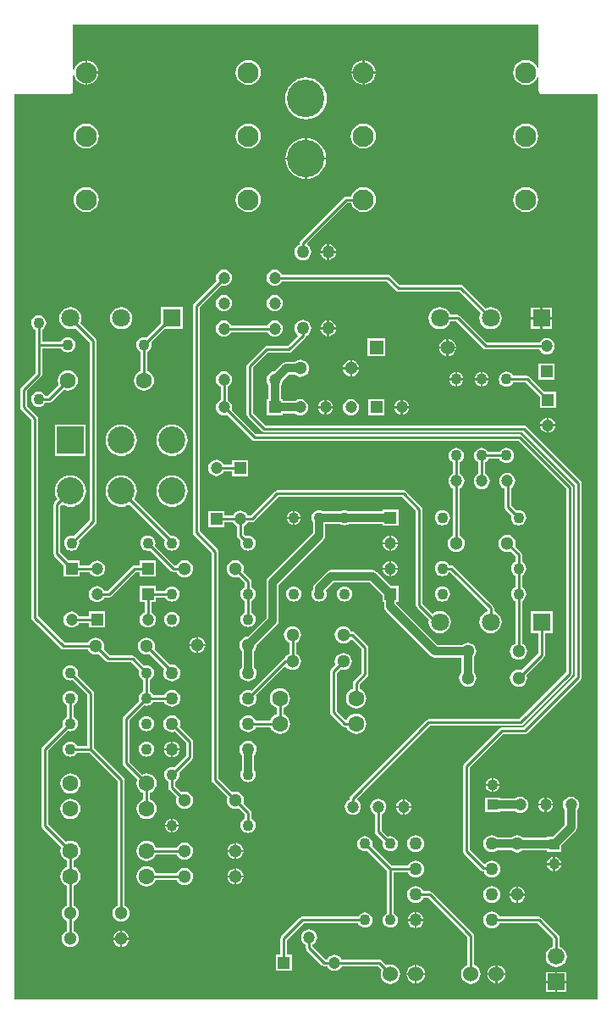
<source format=gbl>
G04*
G04 #@! TF.GenerationSoftware,Altium Limited,Altium Designer,19.0.12 (326)*
G04*
G04 Layer_Physical_Order=2*
G04 Layer_Color=16711680*
%FSLAX25Y25*%
%MOIN*%
G70*
G01*
G75*
%ADD12C,0.01000*%
%ADD39C,0.03200*%
%ADD40C,0.06299*%
%ADD41C,0.04724*%
%ADD42R,0.04724X0.04724*%
%ADD43R,0.04724X0.04724*%
%ADD44C,0.04331*%
%ADD45C,0.05118*%
%ADD46R,0.04331X0.04331*%
%ADD47C,0.05000*%
%ADD48R,0.07087X0.07087*%
%ADD49C,0.07087*%
%ADD50C,0.14765*%
%ADD51C,0.06600*%
%ADD52R,0.06600X0.06600*%
%ADD53C,0.06000*%
%ADD54C,0.08268*%
%ADD55C,0.04725*%
%ADD56R,0.10630X0.10630*%
%ADD57C,0.10630*%
%ADD58R,0.05512X0.05512*%
%ADD59C,0.05512*%
%ADD60C,0.03000*%
G36*
X207936Y367923D02*
X207436Y367823D01*
X207119Y368588D01*
X206328Y369619D01*
X205297Y370410D01*
X204097Y370907D01*
X202809Y371077D01*
X201521Y370907D01*
X200321Y370410D01*
X199290Y369619D01*
X198499Y368588D01*
X198002Y367388D01*
X197832Y366100D01*
X198002Y364812D01*
X198499Y363612D01*
X199290Y362581D01*
X200321Y361790D01*
X201521Y361293D01*
X202809Y361123D01*
X204097Y361293D01*
X205297Y361790D01*
X206328Y362581D01*
X207119Y363612D01*
X207436Y364377D01*
X207936Y364277D01*
Y359000D01*
X208052Y358415D01*
X208384Y357919D01*
X208880Y357587D01*
X209465Y357471D01*
X230971D01*
Y1529D01*
X1529D01*
Y357471D01*
X23030D01*
X23615Y357587D01*
X24111Y357919D01*
X24443Y358415D01*
X24559Y359000D01*
Y364987D01*
X25059Y365020D01*
X25080Y364864D01*
X25557Y363713D01*
X26316Y362724D01*
X27305Y361965D01*
X28456Y361488D01*
X29292Y361378D01*
Y366100D01*
Y370822D01*
X28456Y370712D01*
X27305Y370235D01*
X26316Y369476D01*
X25557Y368487D01*
X25080Y367336D01*
X25059Y367180D01*
X24559Y367213D01*
Y384971D01*
X207936D01*
Y367923D01*
D02*
G37*
%LPC*%
G36*
X139311Y370822D02*
Y366500D01*
X143633D01*
X143523Y367336D01*
X143046Y368487D01*
X142287Y369476D01*
X141298Y370235D01*
X140147Y370712D01*
X139311Y370822D01*
D02*
G37*
G36*
X30092D02*
Y366500D01*
X34414D01*
X34304Y367336D01*
X33827Y368487D01*
X33068Y369476D01*
X32079Y370235D01*
X30928Y370712D01*
X30092Y370822D01*
D02*
G37*
G36*
X138511D02*
X137675Y370712D01*
X136524Y370235D01*
X135535Y369476D01*
X134776Y368487D01*
X134299Y367336D01*
X134189Y366500D01*
X138511D01*
Y370822D01*
D02*
G37*
G36*
X143633Y365700D02*
X139311D01*
Y361378D01*
X140147Y361488D01*
X141298Y361965D01*
X142287Y362724D01*
X143046Y363713D01*
X143523Y364864D01*
X143633Y365700D01*
D02*
G37*
G36*
X34414D02*
X30092D01*
Y361378D01*
X30928Y361488D01*
X32079Y361965D01*
X33068Y362724D01*
X33827Y363713D01*
X34304Y364864D01*
X34414Y365700D01*
D02*
G37*
G36*
X138511D02*
X134189D01*
X134299Y364864D01*
X134776Y363713D01*
X135535Y362724D01*
X136524Y361965D01*
X137675Y361488D01*
X138511Y361378D01*
Y365700D01*
D02*
G37*
G36*
X93590Y371077D02*
X92302Y370907D01*
X91102Y370410D01*
X90071Y369619D01*
X89280Y368588D01*
X88783Y367388D01*
X88613Y366100D01*
X88783Y364812D01*
X89280Y363612D01*
X90071Y362581D01*
X91102Y361790D01*
X92302Y361293D01*
X93590Y361123D01*
X94878Y361293D01*
X96078Y361790D01*
X97109Y362581D01*
X97900Y363612D01*
X98397Y364812D01*
X98567Y366100D01*
X98397Y367388D01*
X97900Y368588D01*
X97109Y369619D01*
X96078Y370410D01*
X94878Y370907D01*
X93590Y371077D01*
D02*
G37*
G36*
X116250Y364122D02*
X114646Y363964D01*
X113104Y363496D01*
X111682Y362736D01*
X110436Y361714D01*
X109414Y360468D01*
X108654Y359046D01*
X108186Y357504D01*
X108028Y355900D01*
X108186Y354296D01*
X108654Y352754D01*
X109414Y351332D01*
X110436Y350086D01*
X111682Y349064D01*
X113104Y348304D01*
X114646Y347836D01*
X116250Y347678D01*
X117854Y347836D01*
X119396Y348304D01*
X120818Y349064D01*
X122064Y350086D01*
X123086Y351332D01*
X123846Y352754D01*
X124314Y354296D01*
X124472Y355900D01*
X124314Y357504D01*
X123846Y359046D01*
X123086Y360468D01*
X122064Y361714D01*
X120818Y362736D01*
X119396Y363496D01*
X117854Y363964D01*
X116250Y364122D01*
D02*
G37*
G36*
X202809Y346077D02*
X201521Y345907D01*
X200321Y345410D01*
X199290Y344619D01*
X198499Y343588D01*
X198002Y342388D01*
X197832Y341100D01*
X198002Y339812D01*
X198499Y338612D01*
X199290Y337581D01*
X200321Y336790D01*
X201521Y336293D01*
X202809Y336123D01*
X204097Y336293D01*
X205297Y336790D01*
X206328Y337581D01*
X207119Y338612D01*
X207616Y339812D01*
X207786Y341100D01*
X207616Y342388D01*
X207119Y343588D01*
X206328Y344619D01*
X205297Y345410D01*
X204097Y345907D01*
X202809Y346077D01*
D02*
G37*
G36*
X138911D02*
X137623Y345907D01*
X136423Y345410D01*
X135392Y344619D01*
X134601Y343588D01*
X134104Y342388D01*
X133934Y341100D01*
X134104Y339812D01*
X134601Y338612D01*
X135392Y337581D01*
X136423Y336790D01*
X137623Y336293D01*
X138911Y336123D01*
X140199Y336293D01*
X141399Y336790D01*
X142430Y337581D01*
X143221Y338612D01*
X143718Y339812D01*
X143888Y341100D01*
X143718Y342388D01*
X143221Y343588D01*
X142430Y344619D01*
X141399Y345410D01*
X140199Y345907D01*
X138911Y346077D01*
D02*
G37*
G36*
X93590D02*
X92302Y345907D01*
X91102Y345410D01*
X90071Y344619D01*
X89280Y343588D01*
X88783Y342388D01*
X88613Y341100D01*
X88783Y339812D01*
X89280Y338612D01*
X90071Y337581D01*
X91102Y336790D01*
X92302Y336293D01*
X93590Y336123D01*
X94878Y336293D01*
X96078Y336790D01*
X97109Y337581D01*
X97900Y338612D01*
X98397Y339812D01*
X98567Y341100D01*
X98397Y342388D01*
X97900Y343588D01*
X97109Y344619D01*
X96078Y345410D01*
X94878Y345907D01*
X93590Y346077D01*
D02*
G37*
G36*
X29692D02*
X28404Y345907D01*
X27204Y345410D01*
X26173Y344619D01*
X25382Y343588D01*
X24885Y342388D01*
X24715Y341100D01*
X24885Y339812D01*
X25382Y338612D01*
X26173Y337581D01*
X27204Y336790D01*
X28404Y336293D01*
X29692Y336123D01*
X30980Y336293D01*
X32180Y336790D01*
X33211Y337581D01*
X34002Y338612D01*
X34499Y339812D01*
X34669Y341100D01*
X34499Y342388D01*
X34002Y343588D01*
X33211Y344619D01*
X32180Y345410D01*
X30980Y345907D01*
X29692Y346077D01*
D02*
G37*
G36*
X116650Y340260D02*
Y332678D01*
X124232D01*
X124117Y333843D01*
X123660Y335347D01*
X122919Y336734D01*
X121922Y337950D01*
X120706Y338947D01*
X119319Y339688D01*
X117815Y340145D01*
X116650Y340260D01*
D02*
G37*
G36*
X115850D02*
X114685Y340145D01*
X113180Y339688D01*
X111794Y338947D01*
X110578Y337950D01*
X109581Y336734D01*
X108840Y335347D01*
X108383Y333843D01*
X108268Y332678D01*
X115850D01*
Y340260D01*
D02*
G37*
G36*
X124232Y331878D02*
X116650D01*
Y324296D01*
X117815Y324411D01*
X119319Y324868D01*
X120706Y325609D01*
X121922Y326606D01*
X122919Y327822D01*
X123660Y329209D01*
X124117Y330713D01*
X124232Y331878D01*
D02*
G37*
G36*
X115850D02*
X108268D01*
X108383Y330713D01*
X108840Y329209D01*
X109581Y327822D01*
X110578Y326606D01*
X111794Y325609D01*
X113180Y324868D01*
X114685Y324411D01*
X115850Y324296D01*
Y331878D01*
D02*
G37*
G36*
X202809Y321077D02*
X201521Y320907D01*
X200321Y320410D01*
X199290Y319619D01*
X198499Y318588D01*
X198002Y317388D01*
X197832Y316100D01*
X198002Y314812D01*
X198499Y313612D01*
X199290Y312581D01*
X200321Y311790D01*
X201521Y311293D01*
X202809Y311123D01*
X204097Y311293D01*
X205297Y311790D01*
X206328Y312581D01*
X207119Y313612D01*
X207616Y314812D01*
X207786Y316100D01*
X207616Y317388D01*
X207119Y318588D01*
X206328Y319619D01*
X205297Y320410D01*
X204097Y320907D01*
X202809Y321077D01*
D02*
G37*
G36*
X138911D02*
X137623Y320907D01*
X136423Y320410D01*
X135392Y319619D01*
X134601Y318588D01*
X134119Y317425D01*
X132000D01*
X131493Y317325D01*
X131063Y317037D01*
X114063Y300037D01*
X113775Y299607D01*
X113674Y299100D01*
Y298523D01*
X113336Y298382D01*
X112646Y297854D01*
X112118Y297164D01*
X111785Y296361D01*
X111671Y295500D01*
X111785Y294638D01*
X112118Y293836D01*
X112646Y293146D01*
X113336Y292618D01*
X114138Y292285D01*
X115000Y292172D01*
X115861Y292285D01*
X116664Y292618D01*
X117354Y293146D01*
X117883Y293836D01*
X118215Y294638D01*
X118328Y295500D01*
X118215Y296361D01*
X117883Y297164D01*
X117354Y297854D01*
X116777Y298296D01*
X116679Y298709D01*
X116688Y298914D01*
X132549Y314774D01*
X134119D01*
X134601Y313612D01*
X135392Y312581D01*
X136423Y311790D01*
X137623Y311293D01*
X138911Y311123D01*
X140199Y311293D01*
X141399Y311790D01*
X142430Y312581D01*
X143221Y313612D01*
X143718Y314812D01*
X143888Y316100D01*
X143718Y317388D01*
X143221Y318588D01*
X142430Y319619D01*
X141399Y320410D01*
X140199Y320907D01*
X138911Y321077D01*
D02*
G37*
G36*
X93590D02*
X92302Y320907D01*
X91102Y320410D01*
X90071Y319619D01*
X89280Y318588D01*
X88783Y317388D01*
X88613Y316100D01*
X88783Y314812D01*
X89280Y313612D01*
X90071Y312581D01*
X91102Y311790D01*
X92302Y311293D01*
X93590Y311123D01*
X94878Y311293D01*
X96078Y311790D01*
X97109Y312581D01*
X97900Y313612D01*
X98397Y314812D01*
X98567Y316100D01*
X98397Y317388D01*
X97900Y318588D01*
X97109Y319619D01*
X96078Y320410D01*
X94878Y320907D01*
X93590Y321077D01*
D02*
G37*
G36*
X29692D02*
X28404Y320907D01*
X27204Y320410D01*
X26173Y319619D01*
X25382Y318588D01*
X24885Y317388D01*
X24715Y316100D01*
X24885Y314812D01*
X25382Y313612D01*
X26173Y312581D01*
X27204Y311790D01*
X28404Y311293D01*
X29692Y311123D01*
X30980Y311293D01*
X32180Y311790D01*
X33211Y312581D01*
X34002Y313612D01*
X34499Y314812D01*
X34669Y316100D01*
X34499Y317388D01*
X34002Y318588D01*
X33211Y319619D01*
X32180Y320410D01*
X30980Y320907D01*
X29692Y321077D01*
D02*
G37*
G36*
X125400Y298574D02*
Y295900D01*
X128074D01*
X128020Y296309D01*
X127708Y297063D01*
X127211Y297711D01*
X126563Y298208D01*
X125809Y298520D01*
X125400Y298574D01*
D02*
G37*
G36*
X124600D02*
X124191Y298520D01*
X123437Y298208D01*
X122789Y297711D01*
X122292Y297063D01*
X121980Y296309D01*
X121926Y295900D01*
X124600D01*
Y298574D01*
D02*
G37*
G36*
X128074Y295100D02*
X125400D01*
Y292426D01*
X125809Y292480D01*
X126563Y292792D01*
X127211Y293289D01*
X127708Y293937D01*
X128020Y294691D01*
X128074Y295100D01*
D02*
G37*
G36*
X124600D02*
X121926D01*
X121980Y294691D01*
X122292Y293937D01*
X122789Y293289D01*
X123437Y292792D01*
X124191Y292480D01*
X124600Y292426D01*
Y295100D01*
D02*
G37*
G36*
X84000Y288556D02*
X83174Y288447D01*
X82405Y288129D01*
X81744Y287622D01*
X81238Y286961D01*
X80919Y286192D01*
X80810Y285366D01*
X80919Y284541D01*
X81030Y284271D01*
X72063Y275303D01*
X71775Y274873D01*
X71675Y274366D01*
Y185227D01*
X71775Y184720D01*
X72063Y184290D01*
X79175Y177178D01*
Y87900D01*
X79275Y87393D01*
X79563Y86963D01*
X85380Y81145D01*
X85228Y80777D01*
X85112Y79900D01*
X85228Y79023D01*
X85566Y78206D01*
X86104Y77504D01*
X86806Y76966D01*
X87623Y76627D01*
X88500Y76512D01*
X89377Y76627D01*
X89745Y76780D01*
X92175Y74351D01*
Y72661D01*
X92005Y72590D01*
X91385Y72115D01*
X90910Y71495D01*
X90611Y70774D01*
X90509Y70000D01*
X90611Y69226D01*
X90910Y68505D01*
X91385Y67885D01*
X92005Y67410D01*
X92726Y67111D01*
X93500Y67009D01*
X94274Y67111D01*
X94995Y67410D01*
X95615Y67885D01*
X96090Y68505D01*
X96389Y69226D01*
X96491Y70000D01*
X96389Y70774D01*
X96090Y71495D01*
X95615Y72115D01*
X94995Y72590D01*
X94826Y72661D01*
Y74900D01*
X94725Y75407D01*
X94437Y75837D01*
X91620Y78655D01*
X91773Y79023D01*
X91888Y79900D01*
X91773Y80777D01*
X91434Y81594D01*
X90896Y82296D01*
X90194Y82834D01*
X89377Y83173D01*
X88500Y83288D01*
X87623Y83173D01*
X87255Y83020D01*
X81826Y88449D01*
Y177727D01*
X81725Y178234D01*
X81437Y178664D01*
X74326Y185776D01*
Y273817D01*
X82905Y282397D01*
X83174Y282285D01*
X84000Y282176D01*
X84826Y282285D01*
X85595Y282604D01*
X86256Y283111D01*
X86762Y283771D01*
X87081Y284541D01*
X87190Y285366D01*
X87081Y286192D01*
X86762Y286961D01*
X86256Y287622D01*
X85595Y288129D01*
X84826Y288447D01*
X84000Y288556D01*
D02*
G37*
G36*
X104000Y278556D02*
X103174Y278447D01*
X102405Y278129D01*
X101744Y277622D01*
X101238Y276961D01*
X100919Y276192D01*
X100810Y275366D01*
X100919Y274540D01*
X101238Y273771D01*
X101744Y273111D01*
X102405Y272604D01*
X103174Y272285D01*
X104000Y272176D01*
X104826Y272285D01*
X105595Y272604D01*
X106255Y273111D01*
X106762Y273771D01*
X107081Y274540D01*
X107190Y275366D01*
X107081Y276192D01*
X106762Y276961D01*
X106255Y277622D01*
X105595Y278129D01*
X104826Y278447D01*
X104000Y278556D01*
D02*
G37*
G36*
X84000D02*
X83174Y278447D01*
X82405Y278129D01*
X81744Y277622D01*
X81238Y276961D01*
X80919Y276192D01*
X80810Y275366D01*
X80919Y274540D01*
X81238Y273771D01*
X81744Y273111D01*
X82405Y272604D01*
X83174Y272285D01*
X84000Y272176D01*
X84826Y272285D01*
X85595Y272604D01*
X86256Y273111D01*
X86762Y273771D01*
X87081Y274540D01*
X87190Y275366D01*
X87081Y276192D01*
X86762Y276961D01*
X86256Y277622D01*
X85595Y278129D01*
X84826Y278447D01*
X84000Y278556D01*
D02*
G37*
G36*
X213143Y273643D02*
X209400D01*
Y269900D01*
X213143D01*
Y273643D01*
D02*
G37*
G36*
X208600D02*
X204856D01*
Y269900D01*
X208600D01*
Y273643D01*
D02*
G37*
G36*
X104000Y268556D02*
X103174Y268447D01*
X102405Y268129D01*
X101744Y267622D01*
X101238Y266961D01*
X101126Y266692D01*
X86874D01*
X86762Y266961D01*
X86256Y267622D01*
X85595Y268129D01*
X84826Y268447D01*
X84000Y268556D01*
X83174Y268447D01*
X82405Y268129D01*
X81744Y267622D01*
X81238Y266961D01*
X80919Y266192D01*
X80810Y265366D01*
X80919Y264541D01*
X81238Y263771D01*
X81744Y263111D01*
X82405Y262604D01*
X83174Y262285D01*
X84000Y262176D01*
X84826Y262285D01*
X85595Y262604D01*
X86256Y263111D01*
X86762Y263771D01*
X86874Y264041D01*
X101126D01*
X101238Y263771D01*
X101744Y263111D01*
X102405Y262604D01*
X103174Y262285D01*
X104000Y262176D01*
X104826Y262285D01*
X105595Y262604D01*
X106255Y263111D01*
X106762Y263771D01*
X107081Y264541D01*
X107190Y265366D01*
X107081Y266192D01*
X106762Y266961D01*
X106255Y267622D01*
X105595Y268129D01*
X104826Y268447D01*
X104000Y268556D01*
D02*
G37*
G36*
X125400Y268574D02*
Y265900D01*
X128074D01*
X128020Y266309D01*
X127708Y267063D01*
X127211Y267711D01*
X126563Y268208D01*
X125809Y268520D01*
X125400Y268574D01*
D02*
G37*
G36*
X124600D02*
X124191Y268520D01*
X123437Y268208D01*
X122789Y267711D01*
X122292Y267063D01*
X121980Y266309D01*
X121926Y265900D01*
X124600D01*
Y268574D01*
D02*
G37*
G36*
X213143Y269100D02*
X209400D01*
Y265356D01*
X213143D01*
Y269100D01*
D02*
G37*
G36*
X208600D02*
X204856D01*
Y265356D01*
X208600D01*
Y269100D01*
D02*
G37*
G36*
X104000Y288556D02*
X103174Y288447D01*
X102405Y288129D01*
X101744Y287622D01*
X101238Y286961D01*
X100919Y286192D01*
X100810Y285366D01*
X100919Y284541D01*
X101238Y283771D01*
X101744Y283111D01*
X102405Y282604D01*
X103174Y282285D01*
X104000Y282176D01*
X104826Y282285D01*
X105595Y282604D01*
X106255Y283111D01*
X106762Y283771D01*
X106874Y284041D01*
X147982D01*
X151737Y280285D01*
X152167Y279997D01*
X152675Y279896D01*
X176729D01*
X185127Y271499D01*
X184768Y270634D01*
X184619Y269500D01*
X184768Y268366D01*
X185206Y267309D01*
X185902Y266402D01*
X186810Y265706D01*
X187866Y265268D01*
X189000Y265119D01*
X190134Y265268D01*
X191191Y265706D01*
X192098Y266402D01*
X192794Y267309D01*
X193232Y268366D01*
X193381Y269500D01*
X193232Y270634D01*
X192794Y271691D01*
X192098Y272598D01*
X191191Y273294D01*
X190134Y273732D01*
X189000Y273881D01*
X187866Y273732D01*
X187001Y273373D01*
X178215Y282159D01*
X177785Y282447D01*
X177278Y282547D01*
X153224D01*
X149468Y286303D01*
X149038Y286591D01*
X148530Y286692D01*
X106874D01*
X106762Y286961D01*
X106255Y287622D01*
X105595Y288129D01*
X104826Y288447D01*
X104000Y288556D01*
D02*
G37*
G36*
X43500Y273881D02*
X42366Y273732D01*
X41309Y273294D01*
X40402Y272598D01*
X39706Y271691D01*
X39268Y270634D01*
X39119Y269500D01*
X39268Y268366D01*
X39706Y267309D01*
X40402Y266402D01*
X41309Y265706D01*
X42366Y265268D01*
X43500Y265119D01*
X44634Y265268D01*
X45691Y265706D01*
X46598Y266402D01*
X47294Y267309D01*
X47732Y268366D01*
X47881Y269500D01*
X47732Y270634D01*
X47294Y271691D01*
X46598Y272598D01*
X45691Y273294D01*
X44634Y273732D01*
X43500Y273881D01*
D02*
G37*
G36*
X128074Y265100D02*
X125400D01*
Y262426D01*
X125809Y262480D01*
X126563Y262792D01*
X127211Y263289D01*
X127708Y263937D01*
X128020Y264691D01*
X128074Y265100D01*
D02*
G37*
G36*
X124600D02*
X121926D01*
X121980Y264691D01*
X122292Y263937D01*
X122789Y263289D01*
X123437Y262792D01*
X124191Y262480D01*
X124600Y262426D01*
Y265100D01*
D02*
G37*
G36*
X67844Y273844D02*
X59157D01*
Y267482D01*
X59024Y267394D01*
X53449Y261819D01*
X53279Y261889D01*
X52504Y261991D01*
X51730Y261889D01*
X51009Y261590D01*
X50389Y261115D01*
X49914Y260495D01*
X49615Y259774D01*
X49513Y259000D01*
X49615Y258226D01*
X49914Y257505D01*
X50389Y256885D01*
X51009Y256410D01*
X51148Y256352D01*
Y248726D01*
X50482Y248450D01*
X49657Y247817D01*
X49024Y246992D01*
X48626Y246031D01*
X48490Y245000D01*
X48626Y243969D01*
X49024Y243008D01*
X49657Y242183D01*
X50482Y241550D01*
X51442Y241152D01*
X52473Y241016D01*
X53505Y241152D01*
X54465Y241550D01*
X55290Y242183D01*
X55923Y243008D01*
X56321Y243969D01*
X56457Y245000D01*
X56321Y246031D01*
X55923Y246992D01*
X55290Y247817D01*
X54465Y248450D01*
X53799Y248726D01*
Y256326D01*
X54000Y256410D01*
X54619Y256885D01*
X55095Y257505D01*
X55394Y258226D01*
X55496Y259000D01*
X55394Y259774D01*
X55323Y259944D01*
X60523Y265144D01*
X60584Y265157D01*
X67844D01*
Y273844D01*
D02*
G37*
G36*
X115000Y268829D02*
X114138Y268715D01*
X113336Y268383D01*
X112646Y267854D01*
X112118Y267164D01*
X111785Y266361D01*
X111671Y265500D01*
X111785Y264638D01*
X112118Y263836D01*
X112646Y263146D01*
X112935Y262925D01*
X112967Y262426D01*
X108991Y258449D01*
X100714D01*
X100714Y258449D01*
X100207Y258348D01*
X99777Y258061D01*
X93337Y251621D01*
X93050Y251191D01*
X92949Y250684D01*
Y231642D01*
X93050Y231135D01*
X93337Y230705D01*
X98979Y225063D01*
X99409Y224775D01*
X99916Y224675D01*
X201540D01*
X222175Y204040D01*
Y128866D01*
X201817Y108509D01*
X193367D01*
X192860Y108408D01*
X192430Y108120D01*
X178398Y94088D01*
X178111Y93658D01*
X178010Y93151D01*
Y59989D01*
X178111Y59482D01*
X178398Y59052D01*
X185225Y52226D01*
X185655Y51938D01*
X186162Y51837D01*
X186291D01*
X186579Y51142D01*
X187108Y50452D01*
X187798Y49924D01*
X188601Y49591D01*
X189462Y49477D01*
X190323Y49591D01*
X191126Y49924D01*
X191816Y50452D01*
X192345Y51142D01*
X192677Y51945D01*
X192790Y52806D01*
X192677Y53667D01*
X192345Y54470D01*
X191816Y55160D01*
X191126Y55689D01*
X190323Y56021D01*
X189462Y56134D01*
X188601Y56021D01*
X187798Y55689D01*
X187108Y55160D01*
X186875Y54856D01*
X186376Y54823D01*
X180661Y60538D01*
Y92602D01*
X193916Y105858D01*
X202366D01*
X202874Y105959D01*
X203304Y106246D01*
X224437Y127380D01*
X224725Y127810D01*
X224826Y128317D01*
Y204589D01*
X224725Y205096D01*
X224437Y205526D01*
X203026Y226937D01*
X202596Y227225D01*
X202089Y227326D01*
X100465D01*
X95600Y232191D01*
Y250135D01*
X101263Y255798D01*
X109540D01*
X110047Y255899D01*
X110477Y256187D01*
X115937Y261647D01*
X116225Y262077D01*
X116302Y262468D01*
X116664Y262617D01*
X117354Y263146D01*
X117883Y263836D01*
X118215Y264638D01*
X118328Y265500D01*
X118215Y266361D01*
X117883Y267164D01*
X117354Y267854D01*
X116664Y268383D01*
X115861Y268715D01*
X115000Y268829D01*
D02*
G37*
G36*
X172419Y261332D02*
Y258400D01*
X175351D01*
X175289Y258876D01*
X174951Y259693D01*
X174413Y260394D01*
X173712Y260931D01*
X172895Y261270D01*
X172419Y261332D01*
D02*
G37*
G36*
X171619D02*
X171143Y261270D01*
X170326Y260931D01*
X169625Y260394D01*
X169088Y259693D01*
X168749Y258876D01*
X168687Y258400D01*
X171619D01*
Y261332D01*
D02*
G37*
G36*
X11000Y270613D02*
X10226Y270511D01*
X9505Y270212D01*
X8885Y269737D01*
X8410Y269117D01*
X8111Y268396D01*
X8009Y267622D01*
X8111Y266847D01*
X8410Y266126D01*
X8885Y265507D01*
X9505Y265031D01*
X9674Y264961D01*
Y259000D01*
Y247977D01*
X4063Y242365D01*
X3775Y241935D01*
X3675Y241428D01*
Y234505D01*
X3775Y233997D01*
X4063Y233567D01*
X8179Y229451D01*
Y151768D01*
X8280Y151261D01*
X8567Y150831D01*
X19835Y139563D01*
X20265Y139275D01*
X20773Y139174D01*
X30413D01*
X30566Y138806D01*
X31104Y138104D01*
X31806Y137566D01*
X32623Y137227D01*
X33500Y137112D01*
X34377Y137227D01*
X34745Y137380D01*
X37563Y134563D01*
X37993Y134275D01*
X38500Y134175D01*
X47451D01*
X50681Y130944D01*
X50611Y130774D01*
X50509Y130000D01*
X50611Y129226D01*
X50910Y128505D01*
X51385Y127885D01*
X52004Y127410D01*
X52175Y127339D01*
Y122661D01*
X52004Y122590D01*
X51385Y122115D01*
X50910Y121495D01*
X50611Y120774D01*
X50509Y120000D01*
X50611Y119226D01*
X50681Y119056D01*
X44563Y112937D01*
X44275Y112507D01*
X44175Y112000D01*
Y94500D01*
X44275Y93993D01*
X44563Y93563D01*
X49928Y88197D01*
X49652Y87531D01*
X49516Y86500D01*
X49652Y85469D01*
X50050Y84508D01*
X50683Y83683D01*
X51508Y83050D01*
X52175Y82774D01*
Y80226D01*
X51508Y79950D01*
X50683Y79317D01*
X50050Y78492D01*
X49652Y77531D01*
X49516Y76500D01*
X49652Y75469D01*
X50050Y74508D01*
X50683Y73683D01*
X51508Y73050D01*
X52469Y72652D01*
X53500Y72516D01*
X54531Y72652D01*
X55492Y73050D01*
X56317Y73683D01*
X56950Y74508D01*
X57348Y75469D01*
X57484Y76500D01*
X57348Y77531D01*
X56950Y78492D01*
X56317Y79317D01*
X55492Y79950D01*
X54826Y80226D01*
Y82774D01*
X55492Y83050D01*
X56317Y83683D01*
X56950Y84508D01*
X57348Y85469D01*
X57484Y86500D01*
X57348Y87531D01*
X56950Y88492D01*
X56317Y89317D01*
X55492Y89950D01*
X54531Y90348D01*
X53500Y90484D01*
X52469Y90348D01*
X51803Y90072D01*
X46826Y95049D01*
Y111451D01*
X52556Y117181D01*
X52726Y117111D01*
X53500Y117009D01*
X54274Y117111D01*
X54996Y117410D01*
X55615Y117885D01*
X56090Y118505D01*
X56161Y118675D01*
X60477D01*
X60617Y118336D01*
X61146Y117646D01*
X61836Y117118D01*
X62638Y116785D01*
X63500Y116672D01*
X64362Y116785D01*
X65164Y117118D01*
X65854Y117646D01*
X66383Y118336D01*
X66715Y119139D01*
X66829Y120000D01*
X66715Y120861D01*
X66383Y121664D01*
X65854Y122354D01*
X65164Y122882D01*
X64362Y123215D01*
X63500Y123328D01*
X62638Y123215D01*
X61836Y122882D01*
X61146Y122354D01*
X60617Y121664D01*
X60477Y121326D01*
X56161D01*
X56090Y121495D01*
X55615Y122115D01*
X54996Y122590D01*
X54826Y122661D01*
Y127339D01*
X54996Y127410D01*
X55615Y127885D01*
X56090Y128505D01*
X56389Y129226D01*
X56491Y130000D01*
X56389Y130774D01*
X56090Y131495D01*
X55615Y132115D01*
X54996Y132590D01*
X54274Y132889D01*
X53500Y132991D01*
X52726Y132889D01*
X52556Y132819D01*
X48937Y136437D01*
X48507Y136725D01*
X48000Y136826D01*
X39049D01*
X36620Y139255D01*
X36773Y139623D01*
X36888Y140500D01*
X36773Y141377D01*
X36434Y142194D01*
X35896Y142896D01*
X35194Y143434D01*
X34377Y143772D01*
X33500Y143888D01*
X32623Y143772D01*
X31806Y143434D01*
X31104Y142896D01*
X30566Y142194D01*
X30413Y141825D01*
X21322D01*
X10830Y152317D01*
Y230000D01*
X10729Y230507D01*
X10442Y230937D01*
X6325Y235053D01*
Y240879D01*
X11937Y246491D01*
X12225Y246921D01*
X12325Y247428D01*
Y257675D01*
X19844D01*
X19914Y257505D01*
X20389Y256885D01*
X21009Y256410D01*
X21730Y256111D01*
X22504Y256009D01*
X23279Y256111D01*
X24000Y256410D01*
X24620Y256885D01*
X25095Y257505D01*
X25394Y258226D01*
X25496Y259000D01*
X25394Y259774D01*
X25095Y260495D01*
X24620Y261115D01*
X24000Y261590D01*
X23279Y261889D01*
X22504Y261991D01*
X21730Y261889D01*
X21009Y261590D01*
X20389Y261115D01*
X19914Y260495D01*
X19844Y260326D01*
X12325D01*
Y264961D01*
X12495Y265031D01*
X13115Y265507D01*
X13590Y266126D01*
X13889Y266847D01*
X13991Y267622D01*
X13889Y268396D01*
X13590Y269117D01*
X13115Y269737D01*
X12495Y270212D01*
X11774Y270511D01*
X11000Y270613D01*
D02*
G37*
G36*
X169000Y273881D02*
X167866Y273732D01*
X166809Y273294D01*
X165902Y272598D01*
X165206Y271691D01*
X164768Y270634D01*
X164619Y269500D01*
X164768Y268366D01*
X165206Y267309D01*
X165902Y266402D01*
X166809Y265706D01*
X167866Y265268D01*
X169000Y265119D01*
X170134Y265268D01*
X171191Y265706D01*
X172098Y266402D01*
X172794Y267309D01*
X173152Y268175D01*
X175451D01*
X186063Y257563D01*
X186493Y257275D01*
X187000Y257174D01*
X208226D01*
X208338Y256905D01*
X208845Y256245D01*
X209505Y255738D01*
X210275Y255419D01*
X211100Y255311D01*
X211926Y255419D01*
X212695Y255738D01*
X213355Y256245D01*
X213862Y256905D01*
X214181Y257675D01*
X214289Y258500D01*
X214181Y259326D01*
X213862Y260095D01*
X213355Y260755D01*
X212695Y261262D01*
X211926Y261581D01*
X211100Y261689D01*
X210275Y261581D01*
X209505Y261262D01*
X208845Y260755D01*
X208338Y260095D01*
X208226Y259825D01*
X187549D01*
X176937Y270437D01*
X176507Y270725D01*
X176000Y270826D01*
X173152D01*
X172794Y271691D01*
X172098Y272598D01*
X171191Y273294D01*
X170134Y273732D01*
X169000Y273881D01*
D02*
G37*
G36*
X175351Y257600D02*
X172419D01*
Y254668D01*
X172895Y254730D01*
X173712Y255068D01*
X174413Y255607D01*
X174951Y256308D01*
X175289Y257124D01*
X175351Y257600D01*
D02*
G37*
G36*
X171619D02*
X168687D01*
X168749Y257124D01*
X169088Y256308D01*
X169625Y255607D01*
X170326Y255068D01*
X171143Y254730D01*
X171619Y254668D01*
Y257600D01*
D02*
G37*
G36*
X147575Y261556D02*
X140463D01*
Y254444D01*
X147575D01*
Y261556D01*
D02*
G37*
G36*
X134432Y252934D02*
Y250200D01*
X137165D01*
X137109Y250625D01*
X136791Y251393D01*
X136285Y252053D01*
X135625Y252559D01*
X134856Y252878D01*
X134432Y252934D01*
D02*
G37*
G36*
X133632D02*
X133207Y252878D01*
X132439Y252559D01*
X131779Y252053D01*
X131272Y251393D01*
X130954Y250625D01*
X130898Y250200D01*
X133632D01*
Y252934D01*
D02*
G37*
G36*
X137165Y249400D02*
X134432D01*
Y246666D01*
X134856Y246722D01*
X135625Y247041D01*
X136285Y247547D01*
X136791Y248207D01*
X137109Y248975D01*
X137165Y249400D01*
D02*
G37*
G36*
X133632D02*
X130898D01*
X130954Y248975D01*
X131272Y248207D01*
X131779Y247547D01*
X132439Y247041D01*
X133207Y246722D01*
X133632Y246666D01*
Y249400D01*
D02*
G37*
G36*
X114032Y253188D02*
X113155Y253073D01*
X112338Y252734D01*
X111703Y252247D01*
X108434D01*
X107497Y252061D01*
X106704Y251530D01*
X103688Y248515D01*
X103174Y248447D01*
X102405Y248129D01*
X101744Y247622D01*
X101238Y246961D01*
X100919Y246192D01*
X100810Y245366D01*
X100919Y244541D01*
X101238Y243771D01*
X101553Y243360D01*
Y237662D01*
X100838D01*
Y231338D01*
X107162D01*
Y232053D01*
X111995D01*
X112405Y231738D01*
X113174Y231419D01*
X114000Y231311D01*
X114825Y231419D01*
X115595Y231738D01*
X116255Y232245D01*
X116762Y232905D01*
X117081Y233675D01*
X117189Y234500D01*
X117081Y235326D01*
X116762Y236095D01*
X116255Y236755D01*
X115595Y237262D01*
X114825Y237581D01*
X114000Y237689D01*
X113174Y237581D01*
X112405Y237262D01*
X111995Y236947D01*
X107162D01*
Y237662D01*
X106447D01*
Y243360D01*
X106762Y243771D01*
X107081Y244541D01*
X107149Y245054D01*
X109448Y247353D01*
X111703D01*
X112338Y246866D01*
X113155Y246528D01*
X114032Y246412D01*
X114909Y246528D01*
X115726Y246866D01*
X116427Y247404D01*
X116966Y248106D01*
X117304Y248923D01*
X117420Y249800D01*
X117304Y250677D01*
X116966Y251494D01*
X116427Y252196D01*
X115726Y252734D01*
X114909Y253073D01*
X114032Y253188D01*
D02*
G37*
G36*
X185900Y248237D02*
Y245900D01*
X188237D01*
X188194Y246222D01*
X187916Y246895D01*
X187472Y247472D01*
X186895Y247916D01*
X186222Y248194D01*
X185900Y248237D01*
D02*
G37*
G36*
X175900D02*
Y245900D01*
X178237D01*
X178194Y246222D01*
X177916Y246895D01*
X177472Y247472D01*
X176895Y247916D01*
X176222Y248194D01*
X175900Y248237D01*
D02*
G37*
G36*
X185100D02*
X184778Y248194D01*
X184105Y247916D01*
X183528Y247472D01*
X183084Y246895D01*
X182806Y246222D01*
X182763Y245900D01*
X185100D01*
Y248237D01*
D02*
G37*
G36*
X175100D02*
X174778Y248194D01*
X174105Y247916D01*
X173528Y247472D01*
X173084Y246895D01*
X172806Y246222D01*
X172763Y245900D01*
X175100D01*
Y248237D01*
D02*
G37*
G36*
X214262Y251662D02*
X207938D01*
Y245338D01*
X214262D01*
Y251662D01*
D02*
G37*
G36*
X178237Y245100D02*
X175900D01*
Y242763D01*
X176222Y242806D01*
X176895Y243084D01*
X177472Y243528D01*
X177916Y244105D01*
X178194Y244778D01*
X178237Y245100D01*
D02*
G37*
G36*
X188237D02*
X185900D01*
Y242763D01*
X186222Y242806D01*
X186895Y243084D01*
X187472Y243528D01*
X187916Y244105D01*
X188194Y244778D01*
X188237Y245100D01*
D02*
G37*
G36*
X185100D02*
X182763D01*
X182806Y244778D01*
X183084Y244105D01*
X183528Y243528D01*
X184105Y243084D01*
X184778Y242806D01*
X185100Y242763D01*
Y245100D01*
D02*
G37*
G36*
X175100D02*
X172763D01*
X172806Y244778D01*
X173084Y244105D01*
X173528Y243528D01*
X174105Y243084D01*
X174778Y242806D01*
X175100Y242763D01*
Y245100D01*
D02*
G37*
G36*
X22474Y248984D02*
X21442Y248848D01*
X20482Y248450D01*
X19657Y247817D01*
X19024Y246992D01*
X18626Y246031D01*
X18490Y245000D01*
X18626Y243969D01*
X18902Y243303D01*
X14546Y238947D01*
X13661D01*
X13590Y239117D01*
X13115Y239737D01*
X12495Y240212D01*
X11774Y240511D01*
X11000Y240613D01*
X10226Y240511D01*
X9505Y240212D01*
X8885Y239737D01*
X8410Y239117D01*
X8111Y238396D01*
X8009Y237622D01*
X8111Y236847D01*
X8410Y236126D01*
X8885Y235507D01*
X9505Y235031D01*
X10226Y234733D01*
X11000Y234630D01*
X11774Y234733D01*
X12495Y235031D01*
X13115Y235507D01*
X13590Y236126D01*
X13661Y236296D01*
X15095D01*
X15602Y236397D01*
X16032Y236684D01*
X20776Y241428D01*
X21442Y241152D01*
X22474Y241016D01*
X23505Y241152D01*
X24465Y241550D01*
X25290Y242183D01*
X25923Y243008D01*
X26321Y243969D01*
X26457Y245000D01*
X26321Y246031D01*
X25923Y246992D01*
X25290Y247817D01*
X24465Y248450D01*
X23505Y248848D01*
X22474Y248984D01*
D02*
G37*
G36*
X154419Y237435D02*
Y234900D01*
X156954D01*
X156905Y235273D01*
X156606Y235994D01*
X156131Y236613D01*
X155513Y237087D01*
X154792Y237386D01*
X154419Y237435D01*
D02*
G37*
G36*
X153619D02*
X153246Y237386D01*
X152525Y237087D01*
X151907Y236613D01*
X151432Y235994D01*
X151133Y235273D01*
X151084Y234900D01*
X153619D01*
Y237435D01*
D02*
G37*
G36*
X124400D02*
Y234900D01*
X126935D01*
X126886Y235273D01*
X126587Y235994D01*
X126112Y236613D01*
X125494Y237087D01*
X124773Y237386D01*
X124400Y237435D01*
D02*
G37*
G36*
X123600D02*
X123227Y237386D01*
X122506Y237087D01*
X121888Y236613D01*
X121413Y235994D01*
X121114Y235273D01*
X121065Y234900D01*
X123600D01*
Y237435D01*
D02*
G37*
G36*
X195189Y248491D02*
X194415Y248389D01*
X193693Y248090D01*
X193074Y247615D01*
X192599Y246995D01*
X192300Y246274D01*
X192198Y245500D01*
X192300Y244726D01*
X192599Y244005D01*
X193074Y243385D01*
X193693Y242910D01*
X194415Y242611D01*
X195189Y242509D01*
X195963Y242611D01*
X196685Y242910D01*
X197304Y243385D01*
X197779Y244005D01*
X197850Y244175D01*
X202838D01*
X208338Y238675D01*
Y234226D01*
X214662D01*
Y240549D01*
X210212D01*
X204325Y246437D01*
X203895Y246725D01*
X203387Y246826D01*
X197850D01*
X197779Y246995D01*
X197304Y247615D01*
X196685Y248090D01*
X195963Y248389D01*
X195189Y248491D01*
D02*
G37*
G36*
X156954Y234100D02*
X154419D01*
Y231565D01*
X154792Y231614D01*
X155513Y231913D01*
X156131Y232387D01*
X156606Y233006D01*
X156905Y233727D01*
X156954Y234100D01*
D02*
G37*
G36*
X153619D02*
X151084D01*
X151133Y233727D01*
X151432Y233006D01*
X151907Y232387D01*
X152525Y231913D01*
X153246Y231614D01*
X153619Y231565D01*
Y234100D01*
D02*
G37*
G36*
X126935D02*
X124400D01*
Y231565D01*
X124773Y231614D01*
X125494Y231913D01*
X126112Y232387D01*
X126587Y233006D01*
X126886Y233727D01*
X126935Y234100D01*
D02*
G37*
G36*
X123600D02*
X121065D01*
X121114Y233727D01*
X121413Y233006D01*
X121888Y232387D01*
X122506Y231913D01*
X123227Y231614D01*
X123600Y231565D01*
Y234100D01*
D02*
G37*
G36*
X147181Y237662D02*
X140857D01*
Y231338D01*
X147181D01*
Y237662D01*
D02*
G37*
G36*
X134000Y237689D02*
X133175Y237581D01*
X132405Y237262D01*
X131745Y236755D01*
X131238Y236095D01*
X130919Y235326D01*
X130811Y234500D01*
X130919Y233675D01*
X131238Y232905D01*
X131745Y232245D01*
X132405Y231738D01*
X133175Y231419D01*
X134000Y231311D01*
X134826Y231419D01*
X135595Y231738D01*
X136255Y232245D01*
X136762Y232905D01*
X137081Y233675D01*
X137189Y234500D01*
X137081Y235326D01*
X136762Y236095D01*
X136255Y236755D01*
X135595Y237262D01*
X134826Y237581D01*
X134000Y237689D01*
D02*
G37*
G36*
X211900Y230322D02*
Y227787D01*
X214435D01*
X214386Y228161D01*
X214087Y228881D01*
X213613Y229500D01*
X212994Y229975D01*
X212273Y230273D01*
X211900Y230322D01*
D02*
G37*
G36*
X211100D02*
X210727Y230273D01*
X210006Y229975D01*
X209387Y229500D01*
X208913Y228881D01*
X208614Y228161D01*
X208565Y227787D01*
X211100D01*
Y230322D01*
D02*
G37*
G36*
X214435Y226988D02*
X211900D01*
Y224453D01*
X212273Y224502D01*
X212994Y224800D01*
X213613Y225275D01*
X214087Y225894D01*
X214386Y226614D01*
X214435Y226988D01*
D02*
G37*
G36*
X211100D02*
X208565D01*
X208614Y226614D01*
X208913Y225894D01*
X209387Y225275D01*
X210006Y224800D01*
X210727Y224502D01*
X211100Y224453D01*
Y226988D01*
D02*
G37*
G36*
X195189Y218491D02*
X194415Y218389D01*
X193693Y218090D01*
X193074Y217615D01*
X192599Y216996D01*
X192528Y216826D01*
X188161D01*
X188090Y216996D01*
X187615Y217615D01*
X186995Y218090D01*
X186274Y218389D01*
X185500Y218491D01*
X184726Y218389D01*
X184004Y218090D01*
X183385Y217615D01*
X182910Y216996D01*
X182611Y216274D01*
X182509Y215500D01*
X182611Y214726D01*
X182910Y214004D01*
X183385Y213385D01*
X184004Y212910D01*
X184175Y212839D01*
Y208373D01*
X183905Y208262D01*
X183245Y207755D01*
X182738Y207095D01*
X182419Y206326D01*
X182311Y205500D01*
X182419Y204675D01*
X182738Y203905D01*
X183245Y203245D01*
X183905Y202738D01*
X184675Y202419D01*
X185500Y202311D01*
X186326Y202419D01*
X187095Y202738D01*
X187755Y203245D01*
X188262Y203905D01*
X188581Y204675D01*
X188689Y205500D01*
X188581Y206326D01*
X188262Y207095D01*
X187755Y207755D01*
X187095Y208262D01*
X186826Y208373D01*
Y212839D01*
X186995Y212910D01*
X187615Y213385D01*
X188090Y214004D01*
X188161Y214175D01*
X192528D01*
X192599Y214004D01*
X193074Y213385D01*
X193693Y212910D01*
X194415Y212611D01*
X195189Y212509D01*
X195963Y212611D01*
X196685Y212910D01*
X197304Y213385D01*
X197779Y214004D01*
X198078Y214726D01*
X198180Y215500D01*
X198078Y216274D01*
X197779Y216996D01*
X197304Y217615D01*
X196685Y218090D01*
X195963Y218389D01*
X195189Y218491D01*
D02*
G37*
G36*
X29615Y227577D02*
X17385D01*
Y215347D01*
X29615D01*
Y227577D01*
D02*
G37*
G36*
X63500Y227607D02*
X62301Y227488D01*
X61149Y227139D01*
X60086Y226571D01*
X59155Y225807D01*
X58391Y224876D01*
X57823Y223813D01*
X57473Y222661D01*
X57355Y221462D01*
X57473Y220263D01*
X57823Y219111D01*
X58391Y218048D01*
X59155Y217117D01*
X60086Y216353D01*
X61149Y215785D01*
X62301Y215436D01*
X63500Y215317D01*
X64699Y215436D01*
X65851Y215785D01*
X66914Y216353D01*
X67845Y217117D01*
X68609Y218048D01*
X69177Y219111D01*
X69526Y220263D01*
X69645Y221462D01*
X69526Y222661D01*
X69177Y223813D01*
X68609Y224876D01*
X67845Y225807D01*
X66914Y226571D01*
X65851Y227139D01*
X64699Y227488D01*
X63500Y227607D01*
D02*
G37*
G36*
X43500D02*
X42301Y227488D01*
X41149Y227139D01*
X40086Y226571D01*
X39155Y225807D01*
X38391Y224876D01*
X37823Y223813D01*
X37473Y222661D01*
X37355Y221462D01*
X37473Y220263D01*
X37823Y219111D01*
X38391Y218048D01*
X39155Y217117D01*
X40086Y216353D01*
X41149Y215785D01*
X42301Y215436D01*
X43500Y215317D01*
X44699Y215436D01*
X45851Y215785D01*
X46914Y216353D01*
X47845Y217117D01*
X48609Y218048D01*
X49177Y219111D01*
X49527Y220263D01*
X49645Y221462D01*
X49527Y222661D01*
X49177Y223813D01*
X48609Y224876D01*
X47845Y225807D01*
X46914Y226571D01*
X45851Y227139D01*
X44699Y227488D01*
X43500Y227607D01*
D02*
G37*
G36*
X80962Y213778D02*
X80137Y213670D01*
X79367Y213351D01*
X78707Y212844D01*
X78200Y212184D01*
X77881Y211415D01*
X77773Y210589D01*
X77881Y209764D01*
X78200Y208995D01*
X78707Y208334D01*
X79367Y207827D01*
X80137Y207509D01*
X80962Y207400D01*
X81788Y207509D01*
X82557Y207827D01*
X83217Y208334D01*
X83724Y208995D01*
X83836Y209264D01*
X87262D01*
Y207427D01*
X93586D01*
Y213751D01*
X87262D01*
Y211915D01*
X83836D01*
X83724Y212184D01*
X83217Y212844D01*
X82557Y213351D01*
X81788Y213670D01*
X80962Y213778D01*
D02*
G37*
G36*
X63500Y207607D02*
X62301Y207488D01*
X61149Y207139D01*
X60086Y206571D01*
X59155Y205807D01*
X58391Y204876D01*
X57823Y203813D01*
X57473Y202661D01*
X57355Y201462D01*
X57473Y200263D01*
X57823Y199111D01*
X58391Y198048D01*
X59155Y197117D01*
X60086Y196353D01*
X61149Y195785D01*
X62301Y195436D01*
X63500Y195317D01*
X64699Y195436D01*
X65851Y195785D01*
X66914Y196353D01*
X67845Y197117D01*
X68609Y198048D01*
X69177Y199111D01*
X69526Y200263D01*
X69645Y201462D01*
X69526Y202661D01*
X69177Y203813D01*
X68609Y204876D01*
X67845Y205807D01*
X66914Y206571D01*
X65851Y207139D01*
X64699Y207488D01*
X63500Y207607D01*
D02*
G37*
G36*
X23500D02*
X22301Y207488D01*
X21149Y207139D01*
X20086Y206571D01*
X19155Y205807D01*
X18391Y204876D01*
X17823Y203813D01*
X17473Y202661D01*
X17355Y201462D01*
X17473Y200263D01*
X17823Y199111D01*
X18328Y198165D01*
X17274Y197110D01*
X16986Y196680D01*
X16885Y196173D01*
Y176789D01*
X16986Y176282D01*
X17274Y175852D01*
X20838Y172287D01*
Y167838D01*
X27162D01*
Y169675D01*
X31126D01*
X31238Y169405D01*
X31745Y168745D01*
X32405Y168238D01*
X33174Y167919D01*
X34000Y167811D01*
X34826Y167919D01*
X35595Y168238D01*
X36255Y168745D01*
X36762Y169405D01*
X37081Y170175D01*
X37189Y171000D01*
X37081Y171826D01*
X36762Y172595D01*
X36255Y173255D01*
X35595Y173762D01*
X34826Y174081D01*
X34000Y174189D01*
X33174Y174081D01*
X32405Y173762D01*
X31745Y173255D01*
X31238Y172595D01*
X31126Y172326D01*
X27162D01*
Y174162D01*
X22713D01*
X19536Y177338D01*
Y195624D01*
X20203Y196291D01*
X21149Y195785D01*
X22301Y195436D01*
X23500Y195317D01*
X24699Y195436D01*
X25851Y195785D01*
X26914Y196353D01*
X27845Y197117D01*
X28609Y198048D01*
X29177Y199111D01*
X29526Y200263D01*
X29645Y201462D01*
X29526Y202661D01*
X29177Y203813D01*
X28609Y204876D01*
X27845Y205807D01*
X26914Y206571D01*
X25851Y207139D01*
X24699Y207488D01*
X23500Y207607D01*
D02*
G37*
G36*
X152662Y194162D02*
X146338D01*
Y193447D01*
X133182D01*
X132995Y193590D01*
X132274Y193889D01*
X131500Y193991D01*
X130726Y193889D01*
X130005Y193590D01*
X129818Y193447D01*
X123182D01*
X122995Y193590D01*
X122274Y193889D01*
X121500Y193991D01*
X120726Y193889D01*
X120004Y193590D01*
X119385Y193115D01*
X118910Y192496D01*
X118611Y191774D01*
X118509Y191000D01*
X118611Y190226D01*
X118910Y189505D01*
X119053Y189318D01*
Y185080D01*
X101444Y167471D01*
X100914Y166677D01*
X100727Y165741D01*
Y151688D01*
X93416Y144377D01*
X92623Y144272D01*
X91806Y143934D01*
X91104Y143396D01*
X90566Y142694D01*
X90228Y141877D01*
X90112Y141000D01*
X90228Y140123D01*
X90566Y139306D01*
X91053Y138671D01*
Y132232D01*
X90617Y131664D01*
X90285Y130861D01*
X90171Y130000D01*
X90285Y129139D01*
X90617Y128336D01*
X91146Y127646D01*
X91836Y127118D01*
X92638Y126785D01*
X93500Y126672D01*
X94362Y126785D01*
X95164Y127118D01*
X95854Y127646D01*
X96383Y128336D01*
X96715Y129139D01*
X96829Y130000D01*
X96715Y130861D01*
X96383Y131664D01*
X95947Y132232D01*
Y138671D01*
X96434Y139306D01*
X96772Y140123D01*
X96877Y140916D01*
X104905Y148944D01*
X105435Y149738D01*
X105621Y150674D01*
Y164727D01*
X123230Y182336D01*
X123761Y183130D01*
X123947Y184066D01*
Y188553D01*
X129818D01*
X130005Y188410D01*
X130726Y188111D01*
X131500Y188009D01*
X132274Y188111D01*
X132995Y188410D01*
X133182Y188553D01*
X146338D01*
Y187838D01*
X152662D01*
Y194162D01*
D02*
G37*
G36*
X111900Y193737D02*
Y191400D01*
X114237D01*
X114194Y191722D01*
X113916Y192395D01*
X113472Y192972D01*
X112895Y193416D01*
X112222Y193694D01*
X111900Y193737D01*
D02*
G37*
G36*
X111100D02*
X110778Y193694D01*
X110105Y193416D01*
X109528Y192972D01*
X109084Y192395D01*
X108806Y191722D01*
X108763Y191400D01*
X111100D01*
Y193737D01*
D02*
G37*
G36*
X114237Y190600D02*
X111900D01*
Y188263D01*
X112222Y188306D01*
X112895Y188584D01*
X113472Y189028D01*
X113916Y189605D01*
X114194Y190278D01*
X114237Y190600D01*
D02*
G37*
G36*
X111100D02*
X108763D01*
X108806Y190278D01*
X109084Y189605D01*
X109528Y189028D01*
X110105Y188584D01*
X110778Y188306D01*
X111100Y188263D01*
Y190600D01*
D02*
G37*
G36*
X195500Y208689D02*
X194675Y208581D01*
X193905Y208262D01*
X193245Y207755D01*
X192738Y207095D01*
X192419Y206326D01*
X192311Y205500D01*
X192419Y204675D01*
X192738Y203905D01*
X193245Y203245D01*
X193905Y202738D01*
X194364Y202548D01*
Y195311D01*
X194465Y194804D01*
X194752Y194374D01*
X197181Y191944D01*
X197111Y191774D01*
X197009Y191000D01*
X197111Y190226D01*
X197410Y189505D01*
X197885Y188885D01*
X198504Y188410D01*
X199226Y188111D01*
X200000Y188009D01*
X200774Y188111D01*
X201496Y188410D01*
X202115Y188885D01*
X202590Y189505D01*
X202889Y190226D01*
X202991Y191000D01*
X202889Y191774D01*
X202590Y192496D01*
X202115Y193115D01*
X201496Y193590D01*
X200774Y193889D01*
X200000Y193991D01*
X199226Y193889D01*
X199056Y193819D01*
X197015Y195860D01*
Y202705D01*
X197095Y202738D01*
X197755Y203245D01*
X198262Y203905D01*
X198581Y204675D01*
X198689Y205500D01*
X198581Y206326D01*
X198262Y207095D01*
X197755Y207755D01*
X197095Y208262D01*
X196326Y208581D01*
X195500Y208689D01*
D02*
G37*
G36*
X170000Y193991D02*
X169226Y193889D01*
X168505Y193590D01*
X167885Y193115D01*
X167410Y192496D01*
X167111Y191774D01*
X167009Y191000D01*
X167111Y190226D01*
X167410Y189505D01*
X167885Y188885D01*
X168505Y188410D01*
X169226Y188111D01*
X170000Y188009D01*
X170774Y188111D01*
X171495Y188410D01*
X172115Y188885D01*
X172590Y189505D01*
X172889Y190226D01*
X172991Y191000D01*
X172889Y191774D01*
X172590Y192496D01*
X172115Y193115D01*
X171495Y193590D01*
X170774Y193889D01*
X170000Y193991D01*
D02*
G37*
G36*
X23500Y273881D02*
X22366Y273732D01*
X21309Y273294D01*
X20402Y272598D01*
X19706Y271691D01*
X19268Y270634D01*
X19119Y269500D01*
X19268Y268366D01*
X19706Y267309D01*
X20402Y266402D01*
X21309Y265706D01*
X22366Y265268D01*
X23500Y265119D01*
X24634Y265268D01*
X25499Y265627D01*
X31174Y259951D01*
Y190049D01*
X24944Y183819D01*
X24774Y183889D01*
X24000Y183991D01*
X23226Y183889D01*
X22504Y183590D01*
X21885Y183115D01*
X21410Y182495D01*
X21111Y181774D01*
X21009Y181000D01*
X21111Y180226D01*
X21410Y179505D01*
X21885Y178885D01*
X22504Y178410D01*
X23226Y178111D01*
X24000Y178009D01*
X24774Y178111D01*
X25495Y178410D01*
X26115Y178885D01*
X26590Y179505D01*
X26889Y180226D01*
X26991Y181000D01*
X26889Y181774D01*
X26819Y181944D01*
X33437Y188563D01*
X33725Y188993D01*
X33825Y189500D01*
Y260500D01*
X33725Y261007D01*
X33437Y261437D01*
X27373Y267501D01*
X27732Y268366D01*
X27881Y269500D01*
X27732Y270634D01*
X27294Y271691D01*
X26598Y272598D01*
X25690Y273294D01*
X24634Y273732D01*
X23500Y273881D01*
D02*
G37*
G36*
X149900Y183935D02*
Y181400D01*
X152435D01*
X152386Y181773D01*
X152087Y182494D01*
X151612Y183113D01*
X150994Y183587D01*
X150273Y183886D01*
X149900Y183935D01*
D02*
G37*
G36*
X149100D02*
X148727Y183886D01*
X148006Y183587D01*
X147388Y183113D01*
X146913Y182494D01*
X146614Y181773D01*
X146565Y181400D01*
X149100D01*
Y183935D01*
D02*
G37*
G36*
X152435Y180600D02*
X149900D01*
Y178065D01*
X150273Y178114D01*
X150994Y178413D01*
X151612Y178887D01*
X152087Y179506D01*
X152386Y180227D01*
X152435Y180600D01*
D02*
G37*
G36*
X149100D02*
X146565D01*
X146614Y180227D01*
X146913Y179506D01*
X147388Y178887D01*
X148006Y178413D01*
X148727Y178114D01*
X149100Y178065D01*
Y180600D01*
D02*
G37*
G36*
X43500Y207607D02*
X42301Y207488D01*
X41149Y207139D01*
X40086Y206571D01*
X39155Y205807D01*
X38391Y204876D01*
X37823Y203813D01*
X37473Y202661D01*
X37355Y201462D01*
X37473Y200263D01*
X37823Y199111D01*
X38391Y198048D01*
X39155Y197117D01*
X40086Y196353D01*
X41149Y195785D01*
X42301Y195436D01*
X43500Y195317D01*
X44699Y195436D01*
X45851Y195785D01*
X46797Y196291D01*
X60817Y182271D01*
X60611Y181774D01*
X60509Y181000D01*
X60611Y180226D01*
X60910Y179505D01*
X61385Y178885D01*
X62005Y178410D01*
X62726Y178111D01*
X63500Y178009D01*
X64274Y178111D01*
X64995Y178410D01*
X65615Y178885D01*
X66090Y179505D01*
X66389Y180226D01*
X66491Y181000D01*
X66389Y181774D01*
X66090Y182495D01*
X65615Y183115D01*
X64995Y183590D01*
X64274Y183889D01*
X63500Y183991D01*
X62922Y183915D01*
X48671Y198165D01*
X49177Y199111D01*
X49527Y200263D01*
X49645Y201462D01*
X49527Y202661D01*
X49177Y203813D01*
X48609Y204876D01*
X47845Y205807D01*
X46914Y206571D01*
X45851Y207139D01*
X44699Y207488D01*
X43500Y207607D01*
D02*
G37*
G36*
X175500Y218491D02*
X174726Y218389D01*
X174004Y218090D01*
X173385Y217615D01*
X172910Y216996D01*
X172611Y216274D01*
X172509Y215500D01*
X172611Y214726D01*
X172910Y214004D01*
X173385Y213385D01*
X174004Y212910D01*
X174174Y212839D01*
Y208373D01*
X173905Y208262D01*
X173245Y207755D01*
X172738Y207095D01*
X172419Y206326D01*
X172311Y205500D01*
X172419Y204675D01*
X172738Y203905D01*
X173245Y203245D01*
X173905Y202738D01*
X174174Y202626D01*
Y184084D01*
X173812Y183934D01*
X173110Y183396D01*
X172572Y182694D01*
X172233Y181877D01*
X172118Y181000D01*
X172233Y180123D01*
X172572Y179306D01*
X173110Y178604D01*
X173812Y178066D01*
X174629Y177727D01*
X175506Y177612D01*
X176383Y177727D01*
X177200Y178066D01*
X177902Y178604D01*
X178440Y179306D01*
X178779Y180123D01*
X178894Y181000D01*
X178779Y181877D01*
X178440Y182694D01*
X177902Y183396D01*
X177200Y183934D01*
X176825Y184089D01*
Y202626D01*
X177095Y202738D01*
X177755Y203245D01*
X178262Y203905D01*
X178581Y204675D01*
X178689Y205500D01*
X178581Y206326D01*
X178262Y207095D01*
X177755Y207755D01*
X177095Y208262D01*
X176825Y208373D01*
Y212839D01*
X176996Y212910D01*
X177615Y213385D01*
X178090Y214004D01*
X178389Y214726D01*
X178491Y215500D01*
X178389Y216274D01*
X178090Y216996D01*
X177615Y217615D01*
X176996Y218090D01*
X176274Y218389D01*
X175500Y218491D01*
D02*
G37*
G36*
X149900Y173935D02*
Y171400D01*
X152435D01*
X152386Y171773D01*
X152087Y172494D01*
X151612Y173112D01*
X150994Y173587D01*
X150273Y173886D01*
X149900Y173935D01*
D02*
G37*
G36*
X149100D02*
X148727Y173886D01*
X148006Y173587D01*
X147388Y173112D01*
X146913Y172494D01*
X146614Y171773D01*
X146565Y171400D01*
X149100D01*
Y173935D01*
D02*
G37*
G36*
X152435Y170600D02*
X149900D01*
Y168065D01*
X150273Y168114D01*
X150994Y168413D01*
X151612Y168887D01*
X152087Y169506D01*
X152386Y170227D01*
X152435Y170600D01*
D02*
G37*
G36*
X149100D02*
X146565D01*
X146614Y170227D01*
X146913Y169506D01*
X147388Y168887D01*
X148006Y168413D01*
X148727Y168114D01*
X149100Y168065D01*
Y170600D01*
D02*
G37*
G36*
X57162Y174162D02*
X50838D01*
Y172326D01*
X48691D01*
X48183Y172225D01*
X47753Y171937D01*
X38142Y162326D01*
X36873D01*
X36762Y162595D01*
X36255Y163255D01*
X35595Y163762D01*
X34826Y164081D01*
X34000Y164189D01*
X33174Y164081D01*
X32405Y163762D01*
X31745Y163255D01*
X31238Y162595D01*
X30919Y161826D01*
X30811Y161000D01*
X30919Y160175D01*
X31238Y159405D01*
X31745Y158745D01*
X32405Y158238D01*
X33174Y157919D01*
X34000Y157811D01*
X34826Y157919D01*
X35595Y158238D01*
X36255Y158745D01*
X36762Y159405D01*
X36873Y159675D01*
X38691D01*
X39198Y159775D01*
X39628Y160063D01*
X49240Y169675D01*
X50838D01*
Y167838D01*
X57162D01*
Y174162D01*
D02*
G37*
G36*
X54000Y183991D02*
X53226Y183889D01*
X52504Y183590D01*
X51885Y183115D01*
X51410Y182495D01*
X51111Y181774D01*
X51009Y181000D01*
X51111Y180226D01*
X51410Y179505D01*
X51885Y178885D01*
X52504Y178410D01*
X53226Y178111D01*
X54000Y178009D01*
X54774Y178111D01*
X54944Y178181D01*
X63063Y170063D01*
X63493Y169775D01*
X64000Y169675D01*
X65413D01*
X65566Y169306D01*
X66104Y168604D01*
X66806Y168066D01*
X67623Y167727D01*
X68500Y167612D01*
X69377Y167727D01*
X70194Y168066D01*
X70896Y168604D01*
X71434Y169306D01*
X71772Y170123D01*
X71888Y171000D01*
X71772Y171877D01*
X71434Y172694D01*
X70896Y173396D01*
X70194Y173934D01*
X69377Y174273D01*
X68500Y174388D01*
X67623Y174273D01*
X66806Y173934D01*
X66104Y173396D01*
X65566Y172694D01*
X65413Y172326D01*
X64549D01*
X56819Y180056D01*
X56889Y180226D01*
X56991Y181000D01*
X56889Y181774D01*
X56590Y182495D01*
X56115Y183115D01*
X55496Y183590D01*
X54774Y183889D01*
X54000Y183991D01*
D02*
G37*
G36*
X170000Y163991D02*
X169226Y163889D01*
X168505Y163590D01*
X167885Y163115D01*
X167410Y162496D01*
X167111Y161774D01*
X167009Y161000D01*
X167111Y160226D01*
X167410Y159504D01*
X167885Y158885D01*
X168505Y158410D01*
X169226Y158111D01*
X170000Y158009D01*
X170774Y158111D01*
X171495Y158410D01*
X172115Y158885D01*
X172590Y159504D01*
X172889Y160226D01*
X172991Y161000D01*
X172889Y161774D01*
X172590Y162496D01*
X172115Y163115D01*
X171495Y163590D01*
X170774Y163889D01*
X170000Y163991D01*
D02*
G37*
G36*
X131500D02*
X130726Y163889D01*
X130005Y163590D01*
X129385Y163115D01*
X128910Y162496D01*
X128611Y161774D01*
X128509Y161000D01*
X128611Y160226D01*
X128910Y159504D01*
X129385Y158885D01*
X130005Y158410D01*
X130726Y158111D01*
X131500Y158009D01*
X132274Y158111D01*
X132995Y158410D01*
X133615Y158885D01*
X134090Y159504D01*
X134389Y160226D01*
X134491Y161000D01*
X134389Y161774D01*
X134090Y162496D01*
X133615Y163115D01*
X132995Y163590D01*
X132274Y163889D01*
X131500Y163991D01*
D02*
G37*
G36*
X111500D02*
X110726Y163889D01*
X110004Y163590D01*
X109385Y163115D01*
X108910Y162496D01*
X108611Y161774D01*
X108509Y161000D01*
X108611Y160226D01*
X108910Y159504D01*
X109385Y158885D01*
X110004Y158410D01*
X110726Y158111D01*
X111500Y158009D01*
X112274Y158111D01*
X112996Y158410D01*
X113615Y158885D01*
X114090Y159504D01*
X114389Y160226D01*
X114491Y161000D01*
X114389Y161774D01*
X114090Y162496D01*
X113615Y163115D01*
X112996Y163590D01*
X112274Y163889D01*
X111500Y163991D01*
D02*
G37*
G36*
X57162Y164162D02*
X50838D01*
Y157838D01*
X52675D01*
Y153874D01*
X52405Y153762D01*
X51745Y153255D01*
X51238Y152595D01*
X50919Y151825D01*
X50811Y151000D01*
X50919Y150174D01*
X51238Y149405D01*
X51745Y148745D01*
X52405Y148238D01*
X53175Y147919D01*
X54000Y147811D01*
X54826Y147919D01*
X55595Y148238D01*
X56255Y148745D01*
X56762Y149405D01*
X57081Y150174D01*
X57189Y151000D01*
X57081Y151825D01*
X56762Y152595D01*
X56255Y153255D01*
X55595Y153762D01*
X55326Y153874D01*
Y157838D01*
X57162D01*
Y159675D01*
X60839D01*
X60910Y159504D01*
X61385Y158885D01*
X62005Y158410D01*
X62726Y158111D01*
X63500Y158009D01*
X64274Y158111D01*
X64995Y158410D01*
X65615Y158885D01*
X66090Y159504D01*
X66389Y160226D01*
X66491Y161000D01*
X66389Y161774D01*
X66090Y162496D01*
X65615Y163115D01*
X64995Y163590D01*
X64274Y163889D01*
X63500Y163991D01*
X62726Y163889D01*
X62005Y163590D01*
X61385Y163115D01*
X60910Y162496D01*
X60839Y162326D01*
X57162D01*
Y164162D01*
D02*
G37*
G36*
X88500Y174388D02*
X87623Y174273D01*
X86806Y173934D01*
X86104Y173396D01*
X85566Y172694D01*
X85228Y171877D01*
X85112Y171000D01*
X85228Y170123D01*
X85566Y169306D01*
X86104Y168604D01*
X86806Y168066D01*
X87623Y167727D01*
X88500Y167612D01*
X89377Y167727D01*
X89745Y167880D01*
X92175Y165451D01*
Y163661D01*
X92005Y163590D01*
X91385Y163115D01*
X90910Y162496D01*
X90611Y161774D01*
X90509Y161000D01*
X90611Y160226D01*
X90910Y159504D01*
X91385Y158885D01*
X92005Y158410D01*
X92175Y158339D01*
Y153661D01*
X92005Y153590D01*
X91385Y153115D01*
X90910Y152496D01*
X90611Y151774D01*
X90509Y151000D01*
X90611Y150226D01*
X90910Y149504D01*
X91385Y148885D01*
X92005Y148410D01*
X92726Y148111D01*
X93500Y148009D01*
X94274Y148111D01*
X94995Y148410D01*
X95615Y148885D01*
X96090Y149504D01*
X96389Y150226D01*
X96491Y151000D01*
X96389Y151774D01*
X96090Y152496D01*
X95615Y153115D01*
X94995Y153590D01*
X94826Y153661D01*
Y158339D01*
X94995Y158410D01*
X95615Y158885D01*
X96090Y159504D01*
X96389Y160226D01*
X96491Y161000D01*
X96389Y161774D01*
X96090Y162496D01*
X95615Y163115D01*
X94995Y163590D01*
X94826Y163661D01*
Y166000D01*
X94725Y166507D01*
X94437Y166937D01*
X91620Y169755D01*
X91773Y170123D01*
X91888Y171000D01*
X91773Y171877D01*
X91434Y172694D01*
X90896Y173396D01*
X90194Y173934D01*
X89377Y174273D01*
X88500Y174388D01*
D02*
G37*
G36*
X63500Y153991D02*
X62726Y153889D01*
X62005Y153590D01*
X61385Y153115D01*
X60910Y152496D01*
X60611Y151774D01*
X60509Y151000D01*
X60611Y150226D01*
X60910Y149504D01*
X61385Y148885D01*
X62005Y148410D01*
X62726Y148111D01*
X63500Y148009D01*
X64274Y148111D01*
X64995Y148410D01*
X65615Y148885D01*
X66090Y149504D01*
X66389Y150226D01*
X66491Y151000D01*
X66389Y151774D01*
X66090Y152496D01*
X65615Y153115D01*
X64995Y153590D01*
X64274Y153889D01*
X63500Y153991D01*
D02*
G37*
G36*
X24000Y154189D02*
X23175Y154081D01*
X22405Y153762D01*
X21745Y153255D01*
X21238Y152595D01*
X20919Y151825D01*
X20811Y151000D01*
X20919Y150174D01*
X21238Y149405D01*
X21745Y148745D01*
X22405Y148238D01*
X23175Y147919D01*
X24000Y147811D01*
X24825Y147919D01*
X25595Y148238D01*
X26255Y148745D01*
X26762Y149405D01*
X26873Y149674D01*
X30838D01*
Y147838D01*
X37162D01*
Y154162D01*
X30838D01*
Y152325D01*
X26873D01*
X26762Y152595D01*
X26255Y153255D01*
X25595Y153762D01*
X24825Y154081D01*
X24000Y154189D01*
D02*
G37*
G36*
X170000Y173991D02*
X169226Y173889D01*
X168505Y173590D01*
X167885Y173115D01*
X167410Y172495D01*
X167111Y171774D01*
X167009Y171000D01*
X167111Y170226D01*
X167410Y169504D01*
X167885Y168885D01*
X168505Y168410D01*
X169226Y168111D01*
X170000Y168009D01*
X170774Y168111D01*
X171495Y168410D01*
X172115Y168885D01*
X172546Y169446D01*
X172854Y169504D01*
X173123Y169503D01*
X187674Y154951D01*
Y154152D01*
X186810Y153794D01*
X185902Y153098D01*
X185206Y152190D01*
X184768Y151134D01*
X184619Y150000D01*
X184768Y148866D01*
X185206Y147810D01*
X185902Y146902D01*
X186810Y146206D01*
X187866Y145768D01*
X189000Y145619D01*
X190134Y145768D01*
X191191Y146206D01*
X192098Y146902D01*
X192794Y147810D01*
X193232Y148866D01*
X193381Y150000D01*
X193232Y151134D01*
X192794Y152190D01*
X192098Y153098D01*
X191191Y153794D01*
X190325Y154152D01*
Y155500D01*
X190225Y156007D01*
X189937Y156437D01*
X174437Y171937D01*
X174007Y172225D01*
X173500Y172326D01*
X172661D01*
X172590Y172495D01*
X172115Y173115D01*
X171495Y173590D01*
X170774Y173889D01*
X170000Y173991D01*
D02*
G37*
G36*
X154822Y201825D02*
X104952D01*
X104445Y201725D01*
X104015Y201437D01*
X94492Y191915D01*
X93297D01*
X93186Y192184D01*
X92679Y192844D01*
X92019Y193351D01*
X91250Y193670D01*
X90424Y193778D01*
X89599Y193670D01*
X88829Y193351D01*
X88169Y192844D01*
X87662Y192184D01*
X87550Y191915D01*
X84124D01*
Y193751D01*
X77800D01*
Y187427D01*
X84124D01*
Y189264D01*
X87550D01*
X87662Y188995D01*
X88169Y188334D01*
X88829Y187827D01*
X89099Y187716D01*
Y184076D01*
X89199Y183569D01*
X89487Y183139D01*
X90681Y181944D01*
X90611Y181774D01*
X90509Y181000D01*
X90611Y180226D01*
X90910Y179505D01*
X91385Y178885D01*
X92005Y178410D01*
X92726Y178111D01*
X93500Y178009D01*
X94274Y178111D01*
X94995Y178410D01*
X95615Y178885D01*
X96090Y179505D01*
X96389Y180226D01*
X96491Y181000D01*
X96389Y181774D01*
X96090Y182495D01*
X95615Y183115D01*
X94995Y183590D01*
X94274Y183889D01*
X93500Y183991D01*
X92726Y183889D01*
X92556Y183819D01*
X91750Y184625D01*
Y187716D01*
X92019Y187827D01*
X92679Y188334D01*
X93186Y188995D01*
X93297Y189264D01*
X95041D01*
X95548Y189365D01*
X95978Y189652D01*
X105501Y199174D01*
X154273D01*
X159603Y193844D01*
Y156691D01*
X159704Y156183D01*
X159991Y155753D01*
X164750Y150995D01*
X164619Y150000D01*
X164768Y148866D01*
X165206Y147810D01*
X165902Y146902D01*
X166809Y146206D01*
X167866Y145768D01*
X169000Y145619D01*
X170134Y145768D01*
X171191Y146206D01*
X172098Y146902D01*
X172794Y147810D01*
X173232Y148866D01*
X173381Y150000D01*
X173232Y151134D01*
X172794Y152190D01*
X172098Y153098D01*
X171191Y153794D01*
X170134Y154232D01*
X169000Y154381D01*
X167866Y154232D01*
X166809Y153794D01*
X166181Y153312D01*
X162254Y157240D01*
Y194393D01*
X162153Y194901D01*
X161866Y195331D01*
X155759Y201437D01*
X155329Y201725D01*
X154822Y201825D01*
D02*
G37*
G36*
X73900Y144134D02*
Y141400D01*
X76634D01*
X76578Y141825D01*
X76259Y142593D01*
X75753Y143253D01*
X75093Y143759D01*
X74325Y144078D01*
X73900Y144134D01*
D02*
G37*
G36*
X73100D02*
X72675Y144078D01*
X71907Y143759D01*
X71247Y143253D01*
X70741Y142593D01*
X70422Y141825D01*
X70366Y141400D01*
X73100D01*
Y144134D01*
D02*
G37*
G36*
X76634Y140600D02*
X73900D01*
Y137866D01*
X74325Y137922D01*
X75093Y138241D01*
X75753Y138747D01*
X76259Y139407D01*
X76578Y140175D01*
X76634Y140600D01*
D02*
G37*
G36*
X73100D02*
X70366D01*
X70422Y140175D01*
X70741Y139407D01*
X71247Y138747D01*
X71907Y138241D01*
X72675Y137922D01*
X73100Y137866D01*
Y140600D01*
D02*
G37*
G36*
X195506Y184388D02*
X194629Y184273D01*
X193812Y183934D01*
X193110Y183396D01*
X192572Y182694D01*
X192233Y181877D01*
X192118Y181000D01*
X192233Y180123D01*
X192572Y179306D01*
X193110Y178604D01*
X193812Y178066D01*
X194629Y177727D01*
X195506Y177612D01*
X196383Y177727D01*
X196751Y177880D01*
X198674Y175957D01*
Y173661D01*
X198504Y173590D01*
X197885Y173115D01*
X197410Y172495D01*
X197111Y171774D01*
X197009Y171000D01*
X197111Y170226D01*
X197410Y169504D01*
X197885Y168885D01*
X198504Y168410D01*
X198674Y168339D01*
Y163661D01*
X198504Y163590D01*
X197885Y163115D01*
X197410Y162496D01*
X197111Y161774D01*
X197009Y161000D01*
X197111Y160226D01*
X197410Y159504D01*
X197885Y158885D01*
X198504Y158410D01*
X198674Y158339D01*
Y141587D01*
X198306Y141434D01*
X197604Y140896D01*
X197066Y140194D01*
X196728Y139377D01*
X196612Y138500D01*
X196728Y137623D01*
X197066Y136806D01*
X197604Y136104D01*
X198306Y135566D01*
X199123Y135228D01*
X200000Y135112D01*
X200877Y135228D01*
X201694Y135566D01*
X202396Y136104D01*
X202934Y136806D01*
X203273Y137623D01*
X203388Y138500D01*
X203273Y139377D01*
X202934Y140194D01*
X202396Y140896D01*
X201694Y141434D01*
X201325Y141587D01*
Y158339D01*
X201496Y158410D01*
X202115Y158885D01*
X202590Y159504D01*
X202889Y160226D01*
X202991Y161000D01*
X202889Y161774D01*
X202590Y162496D01*
X202115Y163115D01*
X201496Y163590D01*
X201325Y163661D01*
Y168339D01*
X201496Y168410D01*
X202115Y168885D01*
X202590Y169504D01*
X202889Y170226D01*
X202991Y171000D01*
X202889Y171774D01*
X202590Y172495D01*
X202115Y173115D01*
X201496Y173590D01*
X201325Y173661D01*
Y176506D01*
X201225Y177013D01*
X200937Y177443D01*
X198626Y179755D01*
X198778Y180123D01*
X198894Y181000D01*
X198778Y181877D01*
X198440Y182694D01*
X197902Y183396D01*
X197200Y183934D01*
X196383Y184273D01*
X195506Y184388D01*
D02*
G37*
G36*
X213344Y154343D02*
X204657D01*
Y145657D01*
X207675D01*
Y137549D01*
X201245Y131120D01*
X200877Y131272D01*
X200000Y131388D01*
X199123Y131272D01*
X198306Y130934D01*
X197604Y130396D01*
X197066Y129694D01*
X196728Y128877D01*
X196612Y128000D01*
X196728Y127123D01*
X197066Y126306D01*
X197604Y125604D01*
X198306Y125066D01*
X199123Y124727D01*
X200000Y124612D01*
X200877Y124727D01*
X201694Y125066D01*
X202396Y125604D01*
X202934Y126306D01*
X203273Y127123D01*
X203388Y128000D01*
X203273Y128877D01*
X203120Y129245D01*
X209937Y136063D01*
X210225Y136493D01*
X210326Y137000D01*
Y145657D01*
X213344D01*
Y154343D01*
D02*
G37*
G36*
X131000Y137888D02*
X130123Y137773D01*
X129306Y137434D01*
X128604Y136896D01*
X128066Y136194D01*
X127727Y135377D01*
X127612Y134500D01*
X127727Y133623D01*
X127880Y133255D01*
X126063Y131437D01*
X125775Y131007D01*
X125674Y130500D01*
Y114500D01*
X125775Y113993D01*
X126063Y113563D01*
X130563Y109063D01*
X130993Y108775D01*
X131500Y108675D01*
X132274D01*
X132550Y108008D01*
X133183Y107183D01*
X134008Y106550D01*
X134969Y106152D01*
X136000Y106016D01*
X137031Y106152D01*
X137992Y106550D01*
X138817Y107183D01*
X139450Y108008D01*
X139848Y108969D01*
X139984Y110000D01*
X139848Y111031D01*
X139450Y111992D01*
X138817Y112817D01*
X137992Y113450D01*
X137031Y113848D01*
X136000Y113984D01*
X134969Y113848D01*
X134008Y113450D01*
X133183Y112817D01*
X132550Y111992D01*
X132412Y111657D01*
X131825Y111549D01*
X128325Y115049D01*
Y129951D01*
X129755Y131380D01*
X130123Y131228D01*
X131000Y131112D01*
X131877Y131228D01*
X132694Y131566D01*
X133396Y132104D01*
X133934Y132806D01*
X134273Y133623D01*
X134388Y134500D01*
X134273Y135377D01*
X133934Y136194D01*
X133396Y136896D01*
X132694Y137434D01*
X131877Y137773D01*
X131000Y137888D01*
D02*
G37*
G36*
X111000Y148388D02*
X110123Y148273D01*
X109306Y147934D01*
X108604Y147396D01*
X108066Y146694D01*
X107728Y145877D01*
X107612Y145000D01*
X107728Y144123D01*
X108066Y143306D01*
X108604Y142604D01*
X109306Y142066D01*
X109675Y141913D01*
Y137587D01*
X109306Y137434D01*
X108604Y136896D01*
X108066Y136194D01*
X107905Y135807D01*
X107493Y135725D01*
X107063Y135437D01*
X94700Y123075D01*
X94362Y123215D01*
X93500Y123328D01*
X92638Y123215D01*
X91836Y122882D01*
X91146Y122354D01*
X90617Y121664D01*
X90285Y120861D01*
X90171Y120000D01*
X90285Y119139D01*
X90617Y118336D01*
X91146Y117646D01*
X91836Y117118D01*
X92638Y116785D01*
X93500Y116672D01*
X94362Y116785D01*
X95164Y117118D01*
X95854Y117646D01*
X96383Y118336D01*
X96715Y119139D01*
X96829Y120000D01*
X96715Y120861D01*
X96575Y121200D01*
X107848Y132473D01*
X108346Y132440D01*
X108604Y132104D01*
X109306Y131566D01*
X110123Y131228D01*
X111000Y131112D01*
X111877Y131228D01*
X112694Y131566D01*
X113396Y132104D01*
X113934Y132806D01*
X114272Y133623D01*
X114388Y134500D01*
X114272Y135377D01*
X113934Y136194D01*
X113396Y136896D01*
X112694Y137434D01*
X112326Y137587D01*
Y141913D01*
X112694Y142066D01*
X113396Y142604D01*
X113934Y143306D01*
X114272Y144123D01*
X114388Y145000D01*
X114272Y145877D01*
X113934Y146694D01*
X113396Y147396D01*
X112694Y147934D01*
X111877Y148273D01*
X111000Y148388D01*
D02*
G37*
G36*
X53500Y143888D02*
X52623Y143772D01*
X51806Y143434D01*
X51104Y142896D01*
X50566Y142194D01*
X50227Y141377D01*
X50112Y140500D01*
X50227Y139623D01*
X50566Y138806D01*
X51104Y138104D01*
X51806Y137566D01*
X52623Y137227D01*
X53500Y137112D01*
X54377Y137227D01*
X54745Y137380D01*
X60572Y131554D01*
X60285Y130861D01*
X60172Y130000D01*
X60285Y129139D01*
X60617Y128336D01*
X61146Y127646D01*
X61836Y127118D01*
X62638Y126785D01*
X63500Y126672D01*
X64362Y126785D01*
X65164Y127118D01*
X65854Y127646D01*
X66383Y128336D01*
X66715Y129139D01*
X66829Y130000D01*
X66715Y130861D01*
X66383Y131664D01*
X65854Y132354D01*
X65164Y132882D01*
X64362Y133215D01*
X63500Y133328D01*
X62657Y133218D01*
X56620Y139255D01*
X56773Y139623D01*
X56888Y140500D01*
X56773Y141377D01*
X56434Y142194D01*
X55896Y142896D01*
X55194Y143434D01*
X54377Y143772D01*
X53500Y143888D01*
D02*
G37*
G36*
X142500Y170447D02*
X126273D01*
X125337Y170261D01*
X124543Y169730D01*
X119770Y164957D01*
X119239Y164163D01*
X119053Y163227D01*
Y162682D01*
X118910Y162496D01*
X118611Y161774D01*
X118509Y161000D01*
X118611Y160226D01*
X118910Y159504D01*
X119385Y158885D01*
X120004Y158410D01*
X120726Y158111D01*
X121500Y158009D01*
X122274Y158111D01*
X122995Y158410D01*
X123615Y158885D01*
X124090Y159504D01*
X124389Y160226D01*
X124491Y161000D01*
X124389Y161774D01*
X124131Y162397D01*
X127287Y165553D01*
X141486D01*
X146338Y160701D01*
Y157838D01*
X147053D01*
Y156153D01*
X147239Y155217D01*
X147770Y154423D01*
X165423Y136770D01*
X166217Y136239D01*
X167153Y136053D01*
X177553D01*
Y130329D01*
X177066Y129694D01*
X176727Y128877D01*
X176612Y128000D01*
X176727Y127123D01*
X177066Y126306D01*
X177604Y125604D01*
X178306Y125066D01*
X179123Y124727D01*
X180000Y124612D01*
X180877Y124727D01*
X181694Y125066D01*
X182396Y125604D01*
X182934Y126306D01*
X183273Y127123D01*
X183388Y128000D01*
X183273Y128877D01*
X182934Y129694D01*
X182447Y130329D01*
Y136171D01*
X182934Y136806D01*
X183273Y137623D01*
X183388Y138500D01*
X183273Y139377D01*
X182934Y140194D01*
X182396Y140896D01*
X181694Y141434D01*
X180877Y141772D01*
X180000Y141888D01*
X179123Y141772D01*
X178306Y141434D01*
X177671Y140947D01*
X168166D01*
X151947Y157167D01*
Y157838D01*
X152662D01*
Y164162D01*
X149799D01*
X144230Y169730D01*
X143436Y170261D01*
X143281Y170292D01*
X142500Y170447D01*
D02*
G37*
G36*
X131000Y148388D02*
X130123Y148273D01*
X129306Y147934D01*
X128604Y147396D01*
X128066Y146694D01*
X127727Y145877D01*
X127612Y145000D01*
X127727Y144123D01*
X128066Y143306D01*
X128604Y142604D01*
X129306Y142066D01*
X130123Y141727D01*
X131000Y141612D01*
X131877Y141727D01*
X132694Y142066D01*
X133396Y142604D01*
X133773Y143096D01*
X134382Y143193D01*
X138124Y139451D01*
Y129999D01*
X135063Y126937D01*
X134775Y126507D01*
X134675Y126000D01*
Y123726D01*
X134008Y123450D01*
X133183Y122817D01*
X132550Y121992D01*
X132152Y121031D01*
X132016Y120000D01*
X132152Y118969D01*
X132550Y118008D01*
X133183Y117183D01*
X134008Y116550D01*
X134969Y116152D01*
X136000Y116016D01*
X137031Y116152D01*
X137992Y116550D01*
X138817Y117183D01*
X139450Y118008D01*
X139848Y118969D01*
X139984Y120000D01*
X139848Y121031D01*
X139450Y121992D01*
X138817Y122817D01*
X137992Y123450D01*
X137326Y123726D01*
Y125451D01*
X140387Y128513D01*
X140674Y128943D01*
X140775Y129450D01*
Y140000D01*
X140674Y140507D01*
X140387Y140937D01*
X135410Y145914D01*
X134980Y146201D01*
X134473Y146302D01*
X134096D01*
X133934Y146694D01*
X133396Y147396D01*
X132694Y147934D01*
X131877Y148273D01*
X131000Y148388D01*
D02*
G37*
G36*
X106000Y123984D02*
X104969Y123848D01*
X104008Y123450D01*
X103183Y122817D01*
X102550Y121992D01*
X102152Y121031D01*
X102016Y120000D01*
X102152Y118969D01*
X102550Y118008D01*
X103183Y117183D01*
X104008Y116550D01*
X104674Y116274D01*
Y113726D01*
X104008Y113450D01*
X103183Y112817D01*
X102550Y111992D01*
X102274Y111326D01*
X96523D01*
X96383Y111664D01*
X95854Y112354D01*
X95164Y112882D01*
X94362Y113215D01*
X93500Y113329D01*
X92638Y113215D01*
X91836Y112882D01*
X91146Y112354D01*
X90617Y111664D01*
X90285Y110862D01*
X90171Y110000D01*
X90285Y109139D01*
X90617Y108336D01*
X91146Y107646D01*
X91836Y107117D01*
X92638Y106785D01*
X93500Y106672D01*
X94362Y106785D01*
X95164Y107117D01*
X95854Y107646D01*
X96383Y108336D01*
X96523Y108675D01*
X102274D01*
X102550Y108008D01*
X103183Y107183D01*
X104008Y106550D01*
X104969Y106152D01*
X106000Y106016D01*
X107031Y106152D01*
X107992Y106550D01*
X108817Y107183D01*
X109450Y108008D01*
X109848Y108969D01*
X109984Y110000D01*
X109848Y111031D01*
X109450Y111992D01*
X108817Y112817D01*
X107992Y113450D01*
X107325Y113726D01*
Y116274D01*
X107992Y116550D01*
X108817Y117183D01*
X109450Y118008D01*
X109848Y118969D01*
X109984Y120000D01*
X109848Y121031D01*
X109450Y121992D01*
X108817Y122817D01*
X107992Y123450D01*
X107031Y123848D01*
X106000Y123984D01*
D02*
G37*
G36*
X53500Y112991D02*
X52726Y112889D01*
X52004Y112590D01*
X51385Y112115D01*
X50910Y111495D01*
X50611Y110774D01*
X50509Y110000D01*
X50611Y109226D01*
X50910Y108504D01*
X51385Y107885D01*
X52004Y107410D01*
X52726Y107111D01*
X53500Y107009D01*
X54274Y107111D01*
X54996Y107410D01*
X55615Y107885D01*
X56090Y108504D01*
X56389Y109226D01*
X56491Y110000D01*
X56389Y110774D01*
X56090Y111495D01*
X55615Y112115D01*
X54996Y112590D01*
X54274Y112889D01*
X53500Y112991D01*
D02*
G37*
G36*
X23500Y122991D02*
X22726Y122889D01*
X22005Y122590D01*
X21385Y122115D01*
X20910Y121495D01*
X20611Y120774D01*
X20509Y120000D01*
X20611Y119226D01*
X20910Y118505D01*
X21385Y117885D01*
X22005Y117410D01*
X22174Y117339D01*
Y112661D01*
X22005Y112590D01*
X21385Y112115D01*
X20910Y111495D01*
X20611Y110774D01*
X20509Y110000D01*
X20611Y109226D01*
X20681Y109056D01*
X12563Y100937D01*
X12275Y100507D01*
X12174Y100000D01*
Y70000D01*
X12275Y69493D01*
X12563Y69063D01*
X19928Y61697D01*
X19652Y61031D01*
X19516Y60000D01*
X19652Y58969D01*
X20050Y58008D01*
X20683Y57183D01*
X21508Y56550D01*
X22174Y56274D01*
Y53726D01*
X21508Y53450D01*
X20683Y52817D01*
X20050Y51992D01*
X19652Y51031D01*
X19516Y50000D01*
X19652Y48969D01*
X20050Y48008D01*
X20683Y47183D01*
X21508Y46550D01*
X22174Y46274D01*
Y38587D01*
X21806Y38434D01*
X21104Y37896D01*
X20566Y37194D01*
X20227Y36377D01*
X20112Y35500D01*
X20227Y34623D01*
X20566Y33806D01*
X21104Y33104D01*
X21806Y32566D01*
X22174Y32413D01*
Y28587D01*
X21806Y28434D01*
X21104Y27896D01*
X20566Y27194D01*
X20227Y26377D01*
X20112Y25500D01*
X20227Y24623D01*
X20566Y23806D01*
X21104Y23104D01*
X21806Y22566D01*
X22623Y22228D01*
X23500Y22112D01*
X24377Y22228D01*
X25194Y22566D01*
X25896Y23104D01*
X26434Y23806D01*
X26772Y24623D01*
X26888Y25500D01*
X26772Y26377D01*
X26434Y27194D01*
X25896Y27896D01*
X25194Y28434D01*
X24825Y28587D01*
Y32413D01*
X25194Y32566D01*
X25896Y33104D01*
X26434Y33806D01*
X26772Y34623D01*
X26888Y35500D01*
X26772Y36377D01*
X26434Y37194D01*
X25896Y37896D01*
X25194Y38434D01*
X24825Y38587D01*
Y46274D01*
X25492Y46550D01*
X26317Y47183D01*
X26950Y48008D01*
X27348Y48969D01*
X27484Y50000D01*
X27348Y51031D01*
X26950Y51992D01*
X26317Y52817D01*
X25492Y53450D01*
X24825Y53726D01*
Y56274D01*
X25492Y56550D01*
X26317Y57183D01*
X26950Y58008D01*
X27348Y58969D01*
X27484Y60000D01*
X27348Y61031D01*
X26950Y61992D01*
X26317Y62817D01*
X25492Y63450D01*
X24531Y63848D01*
X23500Y63984D01*
X22469Y63848D01*
X21803Y63572D01*
X14826Y70549D01*
Y99451D01*
X22556Y107181D01*
X22726Y107111D01*
X23500Y107009D01*
X24274Y107111D01*
X24995Y107410D01*
X25615Y107885D01*
X26090Y108504D01*
X26389Y109226D01*
X26491Y110000D01*
X26389Y110774D01*
X26090Y111495D01*
X25615Y112115D01*
X24995Y112590D01*
X24825Y112661D01*
Y117339D01*
X24995Y117410D01*
X25615Y117885D01*
X26090Y118505D01*
X26389Y119226D01*
X26491Y120000D01*
X26389Y120774D01*
X26090Y121495D01*
X25615Y122115D01*
X24995Y122590D01*
X24274Y122889D01*
X23500Y122991D01*
D02*
G37*
G36*
Y132991D02*
X22726Y132889D01*
X22005Y132590D01*
X21385Y132115D01*
X20910Y131495D01*
X20611Y130774D01*
X20509Y130000D01*
X20611Y129226D01*
X20910Y128505D01*
X21385Y127885D01*
X22005Y127410D01*
X22726Y127111D01*
X23500Y127009D01*
X24274Y127111D01*
X24444Y127181D01*
X30174Y121451D01*
Y101326D01*
X26161D01*
X26090Y101496D01*
X25615Y102115D01*
X24995Y102590D01*
X24274Y102889D01*
X23500Y102991D01*
X22726Y102889D01*
X22005Y102590D01*
X21385Y102115D01*
X20910Y101496D01*
X20611Y100774D01*
X20509Y100000D01*
X20611Y99226D01*
X20910Y98505D01*
X21385Y97885D01*
X22005Y97410D01*
X22726Y97111D01*
X23500Y97009D01*
X24274Y97111D01*
X24995Y97410D01*
X25615Y97885D01*
X26090Y98505D01*
X26161Y98674D01*
X30951D01*
X42175Y87451D01*
Y38587D01*
X41806Y38434D01*
X41104Y37896D01*
X40566Y37194D01*
X40227Y36377D01*
X40112Y35500D01*
X40227Y34623D01*
X40566Y33806D01*
X41104Y33104D01*
X41806Y32566D01*
X42623Y32228D01*
X43500Y32112D01*
X44377Y32228D01*
X45194Y32566D01*
X45896Y33104D01*
X46434Y33806D01*
X46773Y34623D01*
X46888Y35500D01*
X46773Y36377D01*
X46434Y37194D01*
X45896Y37896D01*
X45194Y38434D01*
X44826Y38587D01*
Y88000D01*
X44725Y88507D01*
X44437Y88937D01*
X32825Y100549D01*
Y122000D01*
X32725Y122507D01*
X32437Y122937D01*
X26319Y129056D01*
X26389Y129226D01*
X26491Y130000D01*
X26389Y130774D01*
X26090Y131495D01*
X25615Y132115D01*
X24995Y132590D01*
X24274Y132889D01*
X23500Y132991D01*
D02*
G37*
G36*
X63900Y103074D02*
Y100400D01*
X66574D01*
X66520Y100809D01*
X66208Y101563D01*
X65711Y102211D01*
X65063Y102708D01*
X64309Y103020D01*
X63900Y103074D01*
D02*
G37*
G36*
X63100D02*
X62691Y103020D01*
X61937Y102708D01*
X61289Y102211D01*
X60792Y101563D01*
X60480Y100809D01*
X60426Y100400D01*
X63100D01*
Y103074D01*
D02*
G37*
G36*
X53500Y102991D02*
X52726Y102889D01*
X52004Y102590D01*
X51385Y102115D01*
X50910Y101496D01*
X50611Y100774D01*
X50509Y100000D01*
X50611Y99226D01*
X50910Y98505D01*
X51385Y97885D01*
X52004Y97410D01*
X52726Y97111D01*
X53500Y97009D01*
X54274Y97111D01*
X54996Y97410D01*
X55615Y97885D01*
X56090Y98505D01*
X56389Y99226D01*
X56491Y100000D01*
X56389Y100774D01*
X56090Y101496D01*
X55615Y102115D01*
X54996Y102590D01*
X54274Y102889D01*
X53500Y102991D01*
D02*
G37*
G36*
X66574Y99600D02*
X63900D01*
Y96926D01*
X64309Y96980D01*
X65063Y97292D01*
X65711Y97789D01*
X66208Y98437D01*
X66520Y99191D01*
X66574Y99600D01*
D02*
G37*
G36*
X63100D02*
X60426D01*
X60480Y99191D01*
X60792Y98437D01*
X61289Y97789D01*
X61937Y97292D01*
X62691Y96980D01*
X63100Y96926D01*
Y99600D01*
D02*
G37*
G36*
X63500Y113329D02*
X62638Y113215D01*
X61836Y112882D01*
X61146Y112354D01*
X60617Y111664D01*
X60285Y110862D01*
X60172Y110000D01*
X60285Y109139D01*
X60617Y108336D01*
X61146Y107646D01*
X61836Y107117D01*
X62638Y106785D01*
X63500Y106672D01*
X64362Y106785D01*
X64700Y106925D01*
X69174Y102451D01*
Y97549D01*
X64444Y92819D01*
X64274Y92889D01*
X63500Y92991D01*
X62726Y92889D01*
X62005Y92590D01*
X61385Y92115D01*
X60910Y91496D01*
X60611Y90774D01*
X60509Y90000D01*
X60611Y89226D01*
X60910Y88504D01*
X61385Y87885D01*
X62005Y87410D01*
X62174Y87339D01*
Y84900D01*
X62275Y84393D01*
X62563Y83963D01*
X65380Y81145D01*
X65228Y80777D01*
X65112Y79900D01*
X65228Y79023D01*
X65566Y78206D01*
X66104Y77504D01*
X66806Y76966D01*
X67623Y76627D01*
X68500Y76512D01*
X69377Y76627D01*
X70194Y76966D01*
X70896Y77504D01*
X71434Y78206D01*
X71772Y79023D01*
X71888Y79900D01*
X71772Y80777D01*
X71434Y81594D01*
X70896Y82296D01*
X70194Y82834D01*
X69377Y83173D01*
X68500Y83288D01*
X67623Y83173D01*
X67255Y83020D01*
X64825Y85449D01*
Y87339D01*
X64995Y87410D01*
X65615Y87885D01*
X66090Y88504D01*
X66389Y89226D01*
X66491Y90000D01*
X66389Y90774D01*
X66319Y90944D01*
X71437Y96063D01*
X71725Y96493D01*
X71825Y97000D01*
Y103000D01*
X71725Y103507D01*
X71437Y103937D01*
X66575Y108800D01*
X66715Y109139D01*
X66829Y110000D01*
X66715Y110862D01*
X66383Y111664D01*
X65854Y112354D01*
X65164Y112882D01*
X64362Y113215D01*
X63500Y113329D01*
D02*
G37*
G36*
X93500Y103329D02*
X92638Y103215D01*
X91836Y102883D01*
X91146Y102354D01*
X90617Y101664D01*
X90285Y100862D01*
X90171Y100000D01*
X90285Y99138D01*
X90617Y98336D01*
X91053Y97768D01*
Y91682D01*
X90910Y91496D01*
X90611Y90774D01*
X90509Y90000D01*
X90611Y89226D01*
X90910Y88504D01*
X91385Y87885D01*
X92005Y87410D01*
X92726Y87111D01*
X93500Y87009D01*
X94274Y87111D01*
X94995Y87410D01*
X95615Y87885D01*
X96090Y88504D01*
X96389Y89226D01*
X96491Y90000D01*
X96389Y90774D01*
X96090Y91496D01*
X95947Y91682D01*
Y97768D01*
X96383Y98336D01*
X96715Y99138D01*
X96829Y100000D01*
X96715Y100862D01*
X96383Y101664D01*
X95854Y102354D01*
X95164Y102883D01*
X94362Y103215D01*
X93500Y103329D01*
D02*
G37*
G36*
X190100Y88748D02*
Y86411D01*
X192437D01*
X192394Y86733D01*
X192116Y87406D01*
X191672Y87984D01*
X191095Y88427D01*
X190422Y88706D01*
X190100Y88748D01*
D02*
G37*
G36*
X189300D02*
X188978Y88706D01*
X188305Y88427D01*
X187728Y87984D01*
X187284Y87406D01*
X187006Y86733D01*
X186963Y86411D01*
X189300D01*
Y88748D01*
D02*
G37*
G36*
X192437Y85611D02*
X190100D01*
Y83275D01*
X190422Y83317D01*
X191095Y83596D01*
X191672Y84039D01*
X192116Y84617D01*
X192394Y85290D01*
X192437Y85611D01*
D02*
G37*
G36*
X189300D02*
X186963D01*
X187006Y85290D01*
X187284Y84617D01*
X187728Y84039D01*
X188305Y83596D01*
X188978Y83317D01*
X189300Y83275D01*
Y85611D01*
D02*
G37*
G36*
X23500Y90484D02*
X22469Y90348D01*
X21508Y89950D01*
X20683Y89317D01*
X20050Y88492D01*
X19652Y87531D01*
X19516Y86500D01*
X19652Y85469D01*
X20050Y84508D01*
X20683Y83683D01*
X21508Y83050D01*
X22469Y82652D01*
X23500Y82516D01*
X24531Y82652D01*
X25492Y83050D01*
X26317Y83683D01*
X26950Y84508D01*
X27348Y85469D01*
X27484Y86500D01*
X27348Y87531D01*
X26950Y88492D01*
X26317Y89317D01*
X25492Y89950D01*
X24531Y90348D01*
X23500Y90484D01*
D02*
G37*
G36*
X200687Y81373D02*
X199861Y81264D01*
X199092Y80946D01*
X198613Y80579D01*
X192666D01*
Y81097D01*
X186734D01*
Y75166D01*
X192666D01*
Y75684D01*
X198749D01*
X199092Y75422D01*
X199861Y75103D01*
X200687Y74994D01*
X201512Y75103D01*
X202281Y75422D01*
X202942Y75928D01*
X203449Y76589D01*
X203767Y77358D01*
X203876Y78184D01*
X203767Y79009D01*
X203449Y79778D01*
X202942Y80439D01*
X202281Y80946D01*
X201512Y81264D01*
X200687Y81373D01*
D02*
G37*
G36*
X211087Y81119D02*
Y78584D01*
X213621D01*
X213572Y78957D01*
X213274Y79677D01*
X212799Y80296D01*
X212180Y80771D01*
X211460Y81069D01*
X211087Y81119D01*
D02*
G37*
G36*
X210286D02*
X209913Y81069D01*
X209193Y80771D01*
X208574Y80296D01*
X208099Y79677D01*
X207801Y78957D01*
X207752Y78584D01*
X210286D01*
Y81119D01*
D02*
G37*
G36*
X155162Y80241D02*
Y77706D01*
X157697D01*
X157648Y78079D01*
X157349Y78800D01*
X156875Y79418D01*
X156256Y79893D01*
X155535Y80192D01*
X155162Y80241D01*
D02*
G37*
G36*
X154362D02*
X153989Y80192D01*
X153268Y79893D01*
X152649Y79418D01*
X152175Y78800D01*
X151876Y78079D01*
X151827Y77706D01*
X154362D01*
Y80241D01*
D02*
G37*
G36*
X213621Y77784D02*
X211087D01*
Y75249D01*
X211460Y75298D01*
X212180Y75596D01*
X212799Y76071D01*
X213274Y76690D01*
X213572Y77410D01*
X213621Y77784D01*
D02*
G37*
G36*
X210286D02*
X207752D01*
X207801Y77410D01*
X208099Y76690D01*
X208574Y76071D01*
X209193Y75596D01*
X209913Y75298D01*
X210286Y75249D01*
Y77784D01*
D02*
G37*
G36*
X157697Y76906D02*
X155162D01*
Y74371D01*
X155535Y74420D01*
X156256Y74719D01*
X156875Y75194D01*
X157349Y75812D01*
X157648Y76533D01*
X157697Y76906D01*
D02*
G37*
G36*
X154362D02*
X151827D01*
X151876Y76533D01*
X152175Y75812D01*
X152649Y75194D01*
X153268Y74719D01*
X153989Y74420D01*
X154362Y74371D01*
Y76906D01*
D02*
G37*
G36*
X84000Y248556D02*
X83174Y248447D01*
X82405Y248129D01*
X81744Y247622D01*
X81238Y246961D01*
X80919Y246192D01*
X80810Y245366D01*
X80919Y244541D01*
X81238Y243771D01*
X81744Y243111D01*
X82405Y242604D01*
X82674Y242492D01*
Y237373D01*
X82405Y237262D01*
X81745Y236755D01*
X81238Y236095D01*
X80919Y235326D01*
X80811Y234500D01*
X80919Y233675D01*
X81238Y232905D01*
X81745Y232245D01*
X82405Y231738D01*
X83175Y231419D01*
X84000Y231311D01*
X84825Y231419D01*
X85095Y231531D01*
X95063Y221563D01*
X95493Y221275D01*
X96000Y221175D01*
X200046D01*
X218674Y202546D01*
Y130243D01*
X200257Y111826D01*
X164618D01*
X164110Y111725D01*
X163680Y111437D01*
X133825Y81582D01*
X133537Y81152D01*
X133437Y80645D01*
Y80180D01*
X133167Y80068D01*
X132507Y79561D01*
X132000Y78901D01*
X131681Y78132D01*
X131573Y77306D01*
X131681Y76481D01*
X132000Y75711D01*
X132507Y75051D01*
X133167Y74544D01*
X133937Y74225D01*
X134762Y74117D01*
X135587Y74225D01*
X136357Y74544D01*
X137017Y75051D01*
X137524Y75711D01*
X137843Y76481D01*
X137951Y77306D01*
X137843Y78132D01*
X137524Y78901D01*
X137017Y79561D01*
X136589Y79890D01*
X136500Y80508D01*
X165166Y109175D01*
X200806D01*
X201313Y109275D01*
X201743Y109563D01*
X220937Y128757D01*
X221225Y129187D01*
X221325Y129694D01*
Y203095D01*
X221225Y203602D01*
X220937Y204032D01*
X201532Y223437D01*
X201102Y223725D01*
X200595Y223826D01*
X96549D01*
X86969Y233405D01*
X87081Y233675D01*
X87189Y234500D01*
X87081Y235326D01*
X86762Y236095D01*
X86255Y236755D01*
X85595Y237262D01*
X85325Y237373D01*
Y242492D01*
X85595Y242604D01*
X86256Y243111D01*
X86762Y243771D01*
X87081Y244541D01*
X87190Y245366D01*
X87081Y246192D01*
X86762Y246961D01*
X86256Y247622D01*
X85595Y248129D01*
X84826Y248447D01*
X84000Y248556D01*
D02*
G37*
G36*
X23500Y80484D02*
X22469Y80348D01*
X21508Y79950D01*
X20683Y79317D01*
X20050Y78492D01*
X19652Y77531D01*
X19516Y76500D01*
X19652Y75469D01*
X20050Y74508D01*
X20683Y73683D01*
X21508Y73050D01*
X22469Y72652D01*
X23500Y72516D01*
X24531Y72652D01*
X25492Y73050D01*
X26317Y73683D01*
X26950Y74508D01*
X27348Y75469D01*
X27484Y76500D01*
X27348Y77531D01*
X26950Y78492D01*
X26317Y79317D01*
X25492Y79950D01*
X24531Y80348D01*
X23500Y80484D01*
D02*
G37*
G36*
X63900Y72737D02*
Y70400D01*
X66237D01*
X66194Y70722D01*
X65916Y71395D01*
X65472Y71972D01*
X64895Y72416D01*
X64222Y72694D01*
X63900Y72737D01*
D02*
G37*
G36*
X63100D02*
X62778Y72694D01*
X62105Y72416D01*
X61528Y71972D01*
X61084Y71395D01*
X60806Y70722D01*
X60763Y70400D01*
X63100D01*
Y72737D01*
D02*
G37*
G36*
X66237Y69600D02*
X63900D01*
Y67263D01*
X64222Y67306D01*
X64895Y67584D01*
X65472Y68028D01*
X65916Y68605D01*
X66194Y69278D01*
X66237Y69600D01*
D02*
G37*
G36*
X63100D02*
X60763D01*
X60806Y69278D01*
X61084Y68605D01*
X61528Y68028D01*
X62105Y67584D01*
X62778Y67306D01*
X63100Y67263D01*
Y69600D01*
D02*
G37*
G36*
X220687Y81373D02*
X219861Y81264D01*
X219092Y80946D01*
X218431Y80439D01*
X217924Y79778D01*
X217606Y79009D01*
X217497Y78184D01*
X217606Y77358D01*
X217924Y76589D01*
X218239Y76178D01*
Y70424D01*
X213467Y65652D01*
X210997D01*
Y65133D01*
X201910D01*
X201858Y65202D01*
X201156Y65740D01*
X200339Y66079D01*
X199462Y66194D01*
X198585Y66079D01*
X197768Y65740D01*
X197133Y65253D01*
X191694D01*
X191126Y65689D01*
X190323Y66021D01*
X189462Y66135D01*
X188601Y66021D01*
X187798Y65689D01*
X187108Y65160D01*
X186579Y64470D01*
X186247Y63668D01*
X186134Y62806D01*
X186247Y61945D01*
X186579Y61142D01*
X187108Y60452D01*
X187798Y59923D01*
X188601Y59591D01*
X189462Y59478D01*
X190323Y59591D01*
X191126Y59923D01*
X191694Y60359D01*
X197133D01*
X197768Y59872D01*
X198585Y59534D01*
X199462Y59418D01*
X200339Y59534D01*
X201156Y59872D01*
X201634Y60239D01*
X210997D01*
Y59720D01*
X216928D01*
Y62191D01*
X222417Y67680D01*
X222947Y68474D01*
X223134Y69411D01*
Y76178D01*
X223448Y76589D01*
X223767Y77358D01*
X223876Y78184D01*
X223767Y79009D01*
X223448Y79778D01*
X222942Y80439D01*
X222281Y80946D01*
X221512Y81264D01*
X220687Y81373D01*
D02*
G37*
G36*
X88900Y63134D02*
Y60400D01*
X91634D01*
X91578Y60825D01*
X91259Y61593D01*
X90753Y62253D01*
X90093Y62759D01*
X89325Y63078D01*
X88900Y63134D01*
D02*
G37*
G36*
X88100D02*
X87675Y63078D01*
X86907Y62759D01*
X86247Y62253D01*
X85741Y61593D01*
X85422Y60825D01*
X85366Y60400D01*
X88100D01*
Y63134D01*
D02*
G37*
G36*
X144762Y80495D02*
X143937Y80387D01*
X143167Y80068D01*
X142507Y79561D01*
X142000Y78901D01*
X141681Y78132D01*
X141573Y77306D01*
X141681Y76481D01*
X142000Y75711D01*
X142507Y75051D01*
X143167Y74544D01*
X143437Y74432D01*
Y67544D01*
X143537Y67037D01*
X143825Y66607D01*
X146681Y63750D01*
X146611Y63580D01*
X146509Y62806D01*
X146611Y62032D01*
X146910Y61310D01*
X147385Y60691D01*
X148004Y60216D01*
X148726Y59917D01*
X149500Y59815D01*
X150274Y59917D01*
X150996Y60216D01*
X151615Y60691D01*
X152090Y61310D01*
X152389Y62032D01*
X152491Y62806D01*
X152389Y63580D01*
X152090Y64302D01*
X151615Y64921D01*
X150996Y65396D01*
X150274Y65695D01*
X149500Y65797D01*
X148726Y65695D01*
X148556Y65625D01*
X146088Y68093D01*
Y74432D01*
X146357Y74544D01*
X147017Y75051D01*
X147524Y75711D01*
X147843Y76481D01*
X147951Y77306D01*
X147843Y78132D01*
X147524Y78901D01*
X147017Y79561D01*
X146357Y80068D01*
X145587Y80387D01*
X144762Y80495D01*
D02*
G37*
G36*
X159462Y66135D02*
X158600Y66021D01*
X157798Y65689D01*
X157108Y65160D01*
X156579Y64470D01*
X156247Y63668D01*
X156133Y62806D01*
X156247Y61945D01*
X156579Y61142D01*
X157108Y60452D01*
X157798Y59923D01*
X158600Y59591D01*
X159462Y59478D01*
X160324Y59591D01*
X161126Y59923D01*
X161816Y60452D01*
X162345Y61142D01*
X162677Y61945D01*
X162791Y62806D01*
X162677Y63668D01*
X162345Y64470D01*
X161816Y65160D01*
X161126Y65689D01*
X160324Y66021D01*
X159462Y66135D01*
D02*
G37*
G36*
X91634Y59600D02*
X88900D01*
Y56866D01*
X89325Y56922D01*
X90093Y57241D01*
X90753Y57747D01*
X91259Y58407D01*
X91578Y59175D01*
X91634Y59600D01*
D02*
G37*
G36*
X88100D02*
X85366D01*
X85422Y59175D01*
X85741Y58407D01*
X86247Y57747D01*
X86907Y57241D01*
X87675Y56922D01*
X88100Y56866D01*
Y59600D01*
D02*
G37*
G36*
X53500Y63984D02*
X52469Y63848D01*
X51508Y63450D01*
X50683Y62817D01*
X50050Y61992D01*
X49652Y61031D01*
X49516Y60000D01*
X49652Y58969D01*
X50050Y58008D01*
X50683Y57183D01*
X51508Y56550D01*
X52469Y56152D01*
X53500Y56016D01*
X54531Y56152D01*
X55492Y56550D01*
X56317Y57183D01*
X56950Y58008D01*
X57226Y58675D01*
X65413D01*
X65566Y58306D01*
X66104Y57604D01*
X66806Y57066D01*
X67623Y56727D01*
X68500Y56612D01*
X69377Y56727D01*
X70194Y57066D01*
X70896Y57604D01*
X71434Y58306D01*
X71772Y59123D01*
X71888Y60000D01*
X71772Y60877D01*
X71434Y61694D01*
X70896Y62396D01*
X70194Y62934D01*
X69377Y63273D01*
X68500Y63388D01*
X67623Y63273D01*
X66806Y62934D01*
X66104Y62396D01*
X65566Y61694D01*
X65413Y61326D01*
X57226D01*
X56950Y61992D01*
X56317Y62817D01*
X55492Y63450D01*
X54531Y63848D01*
X53500Y63984D01*
D02*
G37*
G36*
X214362Y57543D02*
Y55206D01*
X216699D01*
X216656Y55528D01*
X216378Y56201D01*
X215934Y56778D01*
X215357Y57222D01*
X214684Y57500D01*
X214362Y57543D01*
D02*
G37*
G36*
X213562D02*
X213240Y57500D01*
X212567Y57222D01*
X211990Y56778D01*
X211546Y56201D01*
X211268Y55528D01*
X211225Y55206D01*
X213562D01*
Y57543D01*
D02*
G37*
G36*
X216699Y54406D02*
X214362D01*
Y52069D01*
X214684Y52112D01*
X215357Y52390D01*
X215934Y52834D01*
X216378Y53411D01*
X216656Y54084D01*
X216699Y54406D01*
D02*
G37*
G36*
X213562D02*
X211225D01*
X211268Y54084D01*
X211546Y53411D01*
X211990Y52834D01*
X212567Y52390D01*
X213240Y52112D01*
X213562Y52069D01*
Y54406D01*
D02*
G37*
G36*
X88900Y53134D02*
Y50400D01*
X91634D01*
X91578Y50825D01*
X91259Y51593D01*
X90753Y52253D01*
X90093Y52759D01*
X89325Y53078D01*
X88900Y53134D01*
D02*
G37*
G36*
X88100D02*
X87675Y53078D01*
X86907Y52759D01*
X86247Y52253D01*
X85741Y51593D01*
X85422Y50825D01*
X85366Y50400D01*
X88100D01*
Y53134D01*
D02*
G37*
G36*
X139500Y65791D02*
X138726Y65689D01*
X138005Y65390D01*
X137385Y64915D01*
X136910Y64296D01*
X136611Y63574D01*
X136509Y62800D01*
X136611Y62026D01*
X136910Y61304D01*
X137385Y60685D01*
X138005Y60210D01*
X138726Y59911D01*
X139500Y59809D01*
X140274Y59911D01*
X140444Y59981D01*
X148175Y52251D01*
Y35467D01*
X148004Y35396D01*
X147385Y34921D01*
X146910Y34301D01*
X146611Y33580D01*
X146509Y32806D01*
X146611Y32032D01*
X146910Y31310D01*
X147385Y30691D01*
X148004Y30216D01*
X148726Y29917D01*
X149500Y29815D01*
X150274Y29917D01*
X150996Y30216D01*
X151615Y30691D01*
X152090Y31310D01*
X152389Y32032D01*
X152491Y32806D01*
X152389Y33580D01*
X152090Y34301D01*
X151615Y34921D01*
X150996Y35396D01*
X150826Y35467D01*
Y51474D01*
X156442D01*
X156579Y51142D01*
X157108Y50452D01*
X157798Y49924D01*
X158600Y49591D01*
X159462Y49477D01*
X160324Y49591D01*
X161126Y49924D01*
X161816Y50452D01*
X162345Y51142D01*
X162677Y51945D01*
X162791Y52806D01*
X162677Y53667D01*
X162345Y54470D01*
X161816Y55160D01*
X161126Y55689D01*
X160324Y56021D01*
X159462Y56134D01*
X158600Y56021D01*
X157798Y55689D01*
X157108Y55160D01*
X156579Y54470D01*
X156437Y54125D01*
X150049D01*
X142319Y61856D01*
X142389Y62026D01*
X142491Y62800D01*
X142389Y63574D01*
X142090Y64296D01*
X141615Y64915D01*
X140996Y65390D01*
X140274Y65689D01*
X139500Y65791D01*
D02*
G37*
G36*
X91634Y49600D02*
X88900D01*
Y46866D01*
X89325Y46922D01*
X90093Y47241D01*
X90753Y47747D01*
X91259Y48407D01*
X91578Y49175D01*
X91634Y49600D01*
D02*
G37*
G36*
X88100D02*
X85366D01*
X85422Y49175D01*
X85741Y48407D01*
X86247Y47747D01*
X86907Y47241D01*
X87675Y46922D01*
X88100Y46866D01*
Y49600D01*
D02*
G37*
G36*
X53500Y53984D02*
X52469Y53848D01*
X51508Y53450D01*
X50683Y52817D01*
X50050Y51992D01*
X49652Y51031D01*
X49516Y50000D01*
X49652Y48969D01*
X50050Y48008D01*
X50683Y47183D01*
X51508Y46550D01*
X52469Y46152D01*
X53500Y46016D01*
X54531Y46152D01*
X55492Y46550D01*
X56317Y47183D01*
X56950Y48008D01*
X57226Y48674D01*
X65413D01*
X65566Y48306D01*
X66104Y47604D01*
X66806Y47066D01*
X67623Y46727D01*
X68500Y46612D01*
X69377Y46727D01*
X70194Y47066D01*
X70896Y47604D01*
X71434Y48306D01*
X71772Y49123D01*
X71888Y50000D01*
X71772Y50877D01*
X71434Y51694D01*
X70896Y52396D01*
X70194Y52934D01*
X69377Y53272D01*
X68500Y53388D01*
X67623Y53272D01*
X66806Y52934D01*
X66104Y52396D01*
X65566Y51694D01*
X65413Y51326D01*
X57226D01*
X56950Y51992D01*
X56317Y52817D01*
X55492Y53450D01*
X54531Y53848D01*
X53500Y53984D01*
D02*
G37*
G36*
X199862Y45940D02*
Y43206D01*
X202596D01*
X202540Y43631D01*
X202221Y44399D01*
X201715Y45059D01*
X201055Y45565D01*
X200287Y45884D01*
X199862Y45940D01*
D02*
G37*
G36*
X199062D02*
X198637Y45884D01*
X197869Y45565D01*
X197209Y45059D01*
X196703Y44399D01*
X196384Y43631D01*
X196328Y43206D01*
X199062D01*
Y45940D01*
D02*
G37*
G36*
X202596Y42406D02*
X199862D01*
Y39672D01*
X200287Y39728D01*
X201055Y40047D01*
X201715Y40553D01*
X202221Y41213D01*
X202540Y41981D01*
X202596Y42406D01*
D02*
G37*
G36*
X199062D02*
X196328D01*
X196384Y41981D01*
X196703Y41213D01*
X197209Y40553D01*
X197869Y40047D01*
X198637Y39728D01*
X199062Y39672D01*
Y42406D01*
D02*
G37*
G36*
X189462Y46134D02*
X188601Y46021D01*
X187798Y45689D01*
X187108Y45160D01*
X186579Y44470D01*
X186247Y43668D01*
X186134Y42806D01*
X186247Y41945D01*
X186579Y41142D01*
X187108Y40452D01*
X187798Y39924D01*
X188601Y39591D01*
X189462Y39478D01*
X190323Y39591D01*
X191126Y39924D01*
X191816Y40452D01*
X192345Y41142D01*
X192677Y41945D01*
X192790Y42806D01*
X192677Y43668D01*
X192345Y44470D01*
X191816Y45160D01*
X191126Y45689D01*
X190323Y46021D01*
X189462Y46134D01*
D02*
G37*
G36*
X159862Y35880D02*
Y33206D01*
X162536D01*
X162482Y33615D01*
X162170Y34369D01*
X161673Y35017D01*
X161025Y35514D01*
X160271Y35826D01*
X159862Y35880D01*
D02*
G37*
G36*
X159062D02*
X158653Y35826D01*
X157899Y35514D01*
X157251Y35017D01*
X156754Y34369D01*
X156442Y33615D01*
X156388Y33206D01*
X159062D01*
Y35880D01*
D02*
G37*
G36*
X139500Y35791D02*
X138726Y35689D01*
X138005Y35390D01*
X137385Y34915D01*
X136910Y34295D01*
X136839Y34126D01*
X114793D01*
X114286Y34025D01*
X113856Y33737D01*
X106587Y26469D01*
X106300Y26039D01*
X106199Y25532D01*
Y19162D01*
X104362D01*
Y12838D01*
X110687D01*
Y19162D01*
X108850D01*
Y24983D01*
X115342Y31475D01*
X136839D01*
X136910Y31304D01*
X137385Y30685D01*
X138005Y30210D01*
X138726Y29911D01*
X139500Y29809D01*
X140274Y29911D01*
X140996Y30210D01*
X141615Y30685D01*
X142090Y31304D01*
X142389Y32026D01*
X142491Y32800D01*
X142389Y33574D01*
X142090Y34295D01*
X141615Y34915D01*
X140996Y35390D01*
X140274Y35689D01*
X139500Y35791D01*
D02*
G37*
G36*
X162536Y32406D02*
X159862D01*
Y29732D01*
X160271Y29786D01*
X161025Y30098D01*
X161673Y30595D01*
X162170Y31243D01*
X162482Y31997D01*
X162536Y32406D01*
D02*
G37*
G36*
X159062D02*
X156388D01*
X156442Y31997D01*
X156754Y31243D01*
X157251Y30595D01*
X157899Y30098D01*
X158653Y29786D01*
X159062Y29732D01*
Y32406D01*
D02*
G37*
G36*
X43900Y28634D02*
Y25900D01*
X46634D01*
X46578Y26325D01*
X46259Y27093D01*
X45753Y27753D01*
X45093Y28259D01*
X44325Y28578D01*
X43900Y28634D01*
D02*
G37*
G36*
X43100D02*
X42675Y28578D01*
X41907Y28259D01*
X41247Y27753D01*
X40741Y27093D01*
X40422Y26325D01*
X40366Y25900D01*
X43100D01*
Y28634D01*
D02*
G37*
G36*
X46634Y25100D02*
X43900D01*
Y22366D01*
X44325Y22422D01*
X45093Y22741D01*
X45753Y23247D01*
X46259Y23907D01*
X46578Y24675D01*
X46634Y25100D01*
D02*
G37*
G36*
X43100D02*
X40366D01*
X40422Y24675D01*
X40741Y23907D01*
X41247Y23247D01*
X41907Y22741D01*
X42675Y22422D01*
X43100Y22366D01*
Y25100D01*
D02*
G37*
G36*
X189462Y36134D02*
X188601Y36021D01*
X187798Y35689D01*
X187108Y35160D01*
X186579Y34470D01*
X186247Y33667D01*
X186134Y32806D01*
X186247Y31945D01*
X186579Y31142D01*
X187108Y30452D01*
X187798Y29923D01*
X188601Y29591D01*
X189462Y29478D01*
X190323Y29591D01*
X191126Y29923D01*
X191816Y30452D01*
X192345Y31142D01*
X192485Y31481D01*
X207419D01*
X213522Y25378D01*
Y22389D01*
X212779Y22081D01*
X211923Y21424D01*
X211266Y20568D01*
X210853Y19570D01*
X210712Y18500D01*
X210853Y17430D01*
X211266Y16432D01*
X211923Y15576D01*
X212779Y14919D01*
X213777Y14505D01*
X214847Y14365D01*
X215917Y14505D01*
X216915Y14919D01*
X217771Y15576D01*
X218428Y16432D01*
X218841Y17430D01*
X218982Y18500D01*
X218841Y19570D01*
X218428Y20568D01*
X217771Y21424D01*
X216915Y22081D01*
X216172Y22389D01*
Y25927D01*
X216072Y26434D01*
X215784Y26864D01*
X208905Y33743D01*
X208475Y34031D01*
X207968Y34132D01*
X192485D01*
X192345Y34470D01*
X191816Y35160D01*
X191126Y35689D01*
X190323Y36021D01*
X189462Y36134D01*
D02*
G37*
G36*
X191652Y15178D02*
Y12000D01*
X194830D01*
X194759Y12540D01*
X194396Y13416D01*
X193819Y14167D01*
X193067Y14745D01*
X192192Y15107D01*
X191652Y15178D01*
D02*
G37*
G36*
X190852D02*
X190312Y15107D01*
X189436Y14745D01*
X188684Y14167D01*
X188107Y13416D01*
X187744Y12540D01*
X187673Y12000D01*
X190852D01*
Y15178D01*
D02*
G37*
G36*
X159900D02*
Y12000D01*
X163078D01*
X163007Y12540D01*
X162645Y13416D01*
X162068Y14167D01*
X161316Y14745D01*
X160440Y15107D01*
X159900Y15178D01*
D02*
G37*
G36*
X159100D02*
X158560Y15107D01*
X157685Y14745D01*
X156932Y14167D01*
X156355Y13416D01*
X155993Y12540D01*
X155922Y12000D01*
X159100D01*
Y15178D01*
D02*
G37*
G36*
X218747Y12400D02*
X215247D01*
Y8900D01*
X218747D01*
Y12400D01*
D02*
G37*
G36*
X214447D02*
X210947D01*
Y8900D01*
X214447D01*
Y12400D01*
D02*
G37*
G36*
X190852Y11200D02*
X187673D01*
X187744Y10660D01*
X188107Y9785D01*
X188684Y9032D01*
X189436Y8455D01*
X190312Y8093D01*
X190852Y8022D01*
Y11200D01*
D02*
G37*
G36*
X163078Y11200D02*
X159900D01*
Y8022D01*
X160440Y8093D01*
X161316Y8455D01*
X162068Y9032D01*
X162645Y9785D01*
X163007Y10660D01*
X163078Y11200D01*
D02*
G37*
G36*
X159100D02*
X155922D01*
X155993Y10660D01*
X156355Y9785D01*
X156932Y9032D01*
X157685Y8455D01*
X158560Y8093D01*
X159100Y8022D01*
Y11200D01*
D02*
G37*
G36*
X194830Y11200D02*
X191652D01*
Y8022D01*
X192192Y8093D01*
X193067Y8455D01*
X193819Y9032D01*
X194396Y9785D01*
X194759Y10660D01*
X194830Y11200D01*
D02*
G37*
G36*
X159462Y46134D02*
X158600Y46021D01*
X157798Y45689D01*
X157108Y45160D01*
X156579Y44470D01*
X156247Y43668D01*
X156133Y42806D01*
X156247Y41945D01*
X156579Y41142D01*
X157108Y40452D01*
X157798Y39924D01*
X158600Y39591D01*
X159462Y39478D01*
X160324Y39591D01*
X161126Y39924D01*
X161816Y40452D01*
X162345Y41142D01*
X162485Y41480D01*
X164451D01*
X179926Y26005D01*
Y15164D01*
X179335Y14919D01*
X178542Y14310D01*
X177933Y13516D01*
X177550Y12592D01*
X177419Y11600D01*
X177550Y10608D01*
X177933Y9684D01*
X178542Y8890D01*
X179335Y8281D01*
X180260Y7898D01*
X181252Y7767D01*
X182244Y7898D01*
X183168Y8281D01*
X183962Y8890D01*
X184571Y9684D01*
X184954Y10608D01*
X185085Y11600D01*
X184954Y12592D01*
X184571Y13516D01*
X183962Y14310D01*
X183168Y14919D01*
X182577Y15164D01*
Y26554D01*
X182476Y27061D01*
X182189Y27491D01*
X165937Y43743D01*
X165507Y44031D01*
X165000Y44131D01*
X162485D01*
X162345Y44470D01*
X161816Y45160D01*
X161126Y45689D01*
X160324Y46021D01*
X159462Y46134D01*
D02*
G37*
G36*
X117525Y29189D02*
X116699Y29081D01*
X115930Y28762D01*
X115269Y28255D01*
X114762Y27595D01*
X114444Y26825D01*
X114335Y26000D01*
X114444Y25174D01*
X114762Y24405D01*
X115269Y23745D01*
X115930Y23238D01*
X116199Y23126D01*
Y21975D01*
X116300Y21468D01*
X116587Y21038D01*
X122563Y15063D01*
X122993Y14775D01*
X123500Y14674D01*
X124651D01*
X124762Y14405D01*
X125269Y13745D01*
X125930Y13238D01*
X126699Y12919D01*
X127524Y12811D01*
X128350Y12919D01*
X129119Y13238D01*
X129780Y13745D01*
X130287Y14405D01*
X130398Y14674D01*
X144551D01*
X146043Y13183D01*
X145798Y12592D01*
X145667Y11600D01*
X145798Y10608D01*
X146181Y9684D01*
X146790Y8890D01*
X147584Y8281D01*
X148508Y7898D01*
X149500Y7767D01*
X150492Y7898D01*
X151416Y8281D01*
X152210Y8890D01*
X152819Y9684D01*
X153202Y10608D01*
X153333Y11600D01*
X153202Y12592D01*
X152819Y13516D01*
X152210Y14310D01*
X151416Y14919D01*
X150492Y15302D01*
X149500Y15433D01*
X148508Y15302D01*
X147917Y15057D01*
X146037Y16937D01*
X145607Y17225D01*
X145100Y17325D01*
X130398D01*
X130287Y17595D01*
X129780Y18255D01*
X129119Y18762D01*
X128350Y19081D01*
X127524Y19189D01*
X126699Y19081D01*
X125930Y18762D01*
X125269Y18255D01*
X124762Y17595D01*
X124651Y17325D01*
X124049D01*
X118850Y22524D01*
Y23126D01*
X119119Y23238D01*
X119780Y23745D01*
X120287Y24405D01*
X120605Y25174D01*
X120714Y26000D01*
X120605Y26825D01*
X120287Y27595D01*
X119780Y28255D01*
X119119Y28762D01*
X118350Y29081D01*
X117525Y29189D01*
D02*
G37*
G36*
X218747Y8100D02*
X215247D01*
Y4600D01*
X218747D01*
Y8100D01*
D02*
G37*
G36*
X214447D02*
X210947D01*
Y4600D01*
X214447D01*
Y8100D01*
D02*
G37*
%LPD*%
D12*
X11000Y259000D02*
Y267622D01*
Y247428D02*
Y259000D01*
X22504D01*
X5000Y241428D02*
X11000Y247428D01*
X5000Y234505D02*
X9505Y230000D01*
Y151768D02*
Y230000D01*
Y151768D02*
X20773Y140500D01*
X5000Y234505D02*
Y241428D01*
X11000Y237622D02*
X15095D01*
X22474Y245000D01*
X60457Y266457D02*
X63500Y269500D01*
X59961Y266457D02*
X60457D01*
X52504Y259000D02*
X59961Y266457D01*
X52473Y258969D02*
X52504Y259000D01*
X52473Y245000D02*
Y258969D01*
X223500Y128317D02*
Y204589D01*
X202366Y107183D02*
X223500Y128317D01*
X193367Y107183D02*
X202366D01*
X220000Y129694D02*
Y203095D01*
X200595Y222500D02*
X220000Y203095D01*
X96000Y222500D02*
X200595D01*
X176000Y269500D02*
X187000Y258500D01*
X169000Y269500D02*
X176000D01*
X187000Y258500D02*
X211100D01*
X200000Y170908D02*
X200092Y171000D01*
X200000D02*
Y176506D01*
X195506Y181000D02*
X200000Y176506D01*
X175500Y181006D02*
X175506Y181000D01*
X175500Y181006D02*
Y205500D01*
Y215500D01*
X195689Y195311D02*
Y205500D01*
X203387Y245500D02*
X211500Y237387D01*
X195189Y245500D02*
X203387D01*
X185500Y215500D02*
X195189D01*
X185500Y205500D02*
Y215500D01*
X145100Y16000D02*
X149500Y11600D01*
X127524Y16000D02*
X145100D01*
X117525Y21975D02*
X123500Y16000D01*
X127524D01*
X117525Y21975D02*
Y26000D01*
X107525Y16000D02*
Y25532D01*
X114793Y32800D01*
X139500D01*
X202089Y226000D02*
X223500Y204589D01*
X99916Y226000D02*
X202089D01*
X20773Y140500D02*
X33500D01*
X164618Y110500D02*
X200806D01*
X134762Y80645D02*
X164618Y110500D01*
X134762Y77306D02*
Y80645D01*
X179335Y93151D02*
X193367Y107183D01*
X200806Y110500D02*
X220000Y129694D01*
X165000Y42806D02*
X181252Y26554D01*
X159462Y42806D02*
X165000D01*
X181252Y11600D02*
Y26554D01*
X214847Y18500D02*
Y25927D01*
X207968Y32806D02*
X214847Y25927D01*
X189462Y32806D02*
X207968D01*
X100714Y257124D02*
X109540D01*
X94274Y250684D02*
X100714Y257124D01*
X94274Y231642D02*
Y250684D01*
X109540Y257124D02*
X115000Y262584D01*
X84000Y234500D02*
Y245366D01*
X115000Y262584D02*
Y265500D01*
X94274Y231642D02*
X99916Y226000D01*
X179335Y59989D02*
Y93151D01*
Y59989D02*
X186162Y53163D01*
X189105D01*
X189462Y52806D01*
X84000Y234500D02*
X96000Y222500D01*
X160928Y156691D02*
Y194393D01*
X154822Y200500D02*
X160928Y194393D01*
X104952Y200500D02*
X154822D01*
X160928Y156691D02*
X167619Y150000D01*
X169000D01*
X127000Y130500D02*
X131000Y134500D01*
X127000Y114500D02*
Y130500D01*
Y114500D02*
X131500Y110000D01*
X136000D01*
X108000Y134500D02*
X111000D01*
X93500Y120000D02*
X108000Y134500D01*
X111000D02*
Y145000D01*
X136000Y126000D02*
X139450Y129450D01*
X136000Y120000D02*
Y126000D01*
X139450Y129450D02*
Y140000D01*
X134473Y144977D02*
X139450Y140000D01*
X131023Y144977D02*
X134473D01*
X131000Y145000D02*
X131023Y144977D01*
X84000Y265366D02*
X104000D01*
X115000Y299100D02*
X132000Y316100D01*
X138911D01*
X115000Y295500D02*
Y299100D01*
X152675Y281222D02*
X158813D01*
X148530Y285366D02*
X152675Y281222D01*
X104000Y285366D02*
X148530D01*
X177278Y281222D02*
X189000Y269500D01*
X158813Y281222D02*
X177278D01*
X149500Y32806D02*
Y52800D01*
X159456D01*
X159462Y52806D01*
X139500Y62800D02*
X149500Y52800D01*
X144762Y67544D02*
Y77306D01*
Y67544D02*
X149500Y62806D01*
X195689Y195311D02*
X200000Y191000D01*
X189000Y150000D02*
Y155500D01*
X173500Y171000D02*
X189000Y155500D01*
X170092Y171000D02*
X173500D01*
X200000Y161000D02*
Y170908D01*
Y138500D02*
Y161000D01*
X209000Y137000D02*
Y150000D01*
X200000Y128000D02*
X209000Y137000D01*
X95041Y190589D02*
X104952Y200500D01*
X90424Y190589D02*
X95041D01*
X23500Y269500D02*
X32500Y260500D01*
Y189500D02*
Y260500D01*
X24000Y181000D02*
X32500Y189500D01*
X80500Y87900D02*
Y177727D01*
X73000Y185227D02*
X80500Y177727D01*
X73000Y185227D02*
Y274366D01*
X80500Y87900D02*
X88500Y79900D01*
X73000Y274366D02*
X84000Y285366D01*
X88500Y79900D02*
X93500Y74900D01*
Y70000D02*
Y74900D01*
X18211Y176789D02*
X24000Y171000D01*
X18211Y176789D02*
Y196173D01*
X23500Y201462D01*
Y110000D02*
Y120000D01*
X45500Y112000D02*
X53500Y120000D01*
X45500Y94500D02*
Y112000D01*
Y94500D02*
X53500Y86500D01*
Y76500D02*
Y86500D01*
X43500Y35500D02*
Y88000D01*
X31500Y100000D02*
X43500Y88000D01*
X31500Y100000D02*
Y122000D01*
X23500Y100000D02*
X31500D01*
X23500Y130000D02*
X31500Y122000D01*
X13500Y70000D02*
Y100000D01*
X23500Y110000D01*
X13500Y70000D02*
X23500Y60000D01*
Y50000D02*
Y60000D01*
Y35500D02*
Y50000D01*
Y25500D02*
Y35500D01*
X53500Y50000D02*
X68500D01*
X53500Y60000D02*
X68500D01*
X90424Y184076D02*
Y190589D01*
Y184076D02*
X93500Y181000D01*
X80962Y190589D02*
X90424D01*
X80962Y210589D02*
X90424D01*
X63500Y181000D02*
Y181462D01*
X43500Y201462D02*
X63500Y181462D01*
X24000Y171000D02*
X34000D01*
X24000Y151000D02*
X34000D01*
X48691Y171000D02*
X54000D01*
X38691Y161000D02*
X48691Y171000D01*
X34000Y161000D02*
X38691D01*
X54000D02*
X63500D01*
X54000Y151000D02*
Y161000D01*
X63500Y130000D02*
Y130500D01*
X53500Y140500D02*
X63500Y130500D01*
X48000Y135500D02*
X53500Y130000D01*
X38500Y135500D02*
X48000D01*
X33500Y140500D02*
X38500Y135500D01*
X53500Y120000D02*
Y130000D01*
Y120000D02*
X63500D01*
X70500Y97000D02*
Y103000D01*
X63500Y110000D02*
X70500Y103000D01*
X63500Y90000D02*
X70500Y97000D01*
X63500Y84900D02*
Y90000D01*
Y84900D02*
X68500Y79900D01*
X64000Y171000D02*
X68500D01*
X54000Y181000D02*
X64000Y171000D01*
X88500D02*
X93500Y166000D01*
Y161000D02*
Y166000D01*
Y151000D02*
Y161000D01*
X106000Y110000D02*
Y120000D01*
X93500Y110000D02*
X106000D01*
D39*
X142500Y168000D02*
X149500Y161000D01*
X126273Y168000D02*
X142500D01*
X121500Y163227D02*
X126273Y168000D01*
X121500Y161000D02*
Y163227D01*
X167153Y138500D02*
X180000D01*
X149500Y156153D02*
X167153Y138500D01*
X149500Y156153D02*
Y161000D01*
X131500Y191000D02*
X149500D01*
X121500D02*
X131500D01*
X121500Y184066D02*
Y191000D01*
X103174Y165741D02*
X121500Y184066D01*
X103174Y150674D02*
Y165741D01*
X93500Y141000D02*
X103174Y150674D01*
X108434Y249800D02*
X114032D01*
X104000Y245366D02*
X108434Y249800D01*
X104000Y234500D02*
Y245366D01*
Y234500D02*
X114000D01*
X189462Y62806D02*
X199462D01*
X199582Y62686D01*
X213962D01*
X220687Y69411D01*
Y78184D01*
X200634Y78132D02*
X200687Y78184D01*
X189700Y78132D02*
X200634D01*
X180000Y128000D02*
Y138500D01*
X93500Y130000D02*
Y141000D01*
Y90000D02*
Y100000D01*
D40*
X23500Y76500D02*
D03*
Y86500D02*
D03*
X53500Y76500D02*
D03*
Y86500D02*
D03*
Y60000D02*
D03*
Y50000D02*
D03*
X23500Y60000D02*
D03*
Y50000D02*
D03*
X136000Y120000D02*
D03*
Y110000D02*
D03*
X106000Y120000D02*
D03*
Y110000D02*
D03*
X22474Y245000D02*
D03*
X52473D02*
D03*
D41*
X80962Y210589D02*
D03*
X54000Y151000D02*
D03*
X34000Y171000D02*
D03*
X195500Y205500D02*
D03*
X185500D02*
D03*
X175500D02*
D03*
X211500Y227387D02*
D03*
X127524Y16000D02*
D03*
X117525Y26000D02*
D03*
X211100Y258500D02*
D03*
X149500Y181000D02*
D03*
X154019Y234500D02*
D03*
X114000D02*
D03*
X124000D02*
D03*
X134000D02*
D03*
X154762Y77306D02*
D03*
X144762D02*
D03*
X134762D02*
D03*
X84000Y234500D02*
D03*
X24000Y151000D02*
D03*
X200687Y78184D02*
D03*
X210686D02*
D03*
X220687D02*
D03*
X149500Y171000D02*
D03*
X34000Y161000D02*
D03*
X90424Y190589D02*
D03*
D42*
X80962D02*
D03*
X211500Y237387D02*
D03*
X211100Y248500D02*
D03*
X149500Y191000D02*
D03*
X24000Y171000D02*
D03*
X149500Y161000D02*
D03*
X90424Y210589D02*
D03*
D43*
X34000Y151000D02*
D03*
X54000Y171000D02*
D03*
X107525Y16000D02*
D03*
X144019Y234500D02*
D03*
X104000D02*
D03*
X54000Y161000D02*
D03*
D44*
X22504Y259000D02*
D03*
X52504D02*
D03*
X195189Y215500D02*
D03*
Y245500D02*
D03*
X185500D02*
D03*
Y215500D02*
D03*
X175500D02*
D03*
Y245500D02*
D03*
X200000Y191000D02*
D03*
X170000D02*
D03*
X200000Y161000D02*
D03*
X170000D02*
D03*
X23500Y110000D02*
D03*
X53500D02*
D03*
Y100000D02*
D03*
X23500D02*
D03*
X93500Y70000D02*
D03*
X63500D02*
D03*
X93500Y90000D02*
D03*
X63500D02*
D03*
X139500Y62800D02*
D03*
Y32800D02*
D03*
X189700Y86011D02*
D03*
X149500Y32806D02*
D03*
Y62806D02*
D03*
X111500Y191000D02*
D03*
Y161000D02*
D03*
X121500Y191000D02*
D03*
Y161000D02*
D03*
X213962Y54806D02*
D03*
X93500Y181000D02*
D03*
X63500D02*
D03*
X53500Y130000D02*
D03*
X23500D02*
D03*
X53500Y120000D02*
D03*
X23500D02*
D03*
X93500Y161000D02*
D03*
X63500D02*
D03*
X200000Y171000D02*
D03*
X170000D02*
D03*
X63500Y151000D02*
D03*
X93500D02*
D03*
X11000Y237622D02*
D03*
Y267622D02*
D03*
X24000Y181000D02*
D03*
X54000D02*
D03*
X131500Y161000D02*
D03*
Y191000D02*
D03*
D45*
X175506Y181000D02*
D03*
X195506D02*
D03*
X131000Y145000D02*
D03*
X111000D02*
D03*
X131000Y134500D02*
D03*
X111000D02*
D03*
X68500Y50000D02*
D03*
X88500D02*
D03*
Y60000D02*
D03*
X68500D02*
D03*
X114032Y249800D02*
D03*
X134032D02*
D03*
X53500Y140500D02*
D03*
X33500D02*
D03*
X199462Y42806D02*
D03*
Y62806D02*
D03*
X93500Y141000D02*
D03*
X73500D02*
D03*
X43500Y25500D02*
D03*
X23500D02*
D03*
Y35500D02*
D03*
X43500D02*
D03*
X200000Y138500D02*
D03*
X180000D02*
D03*
Y128000D02*
D03*
X200000D02*
D03*
X88500Y171000D02*
D03*
X68500D02*
D03*
X88500Y79900D02*
D03*
X68500D02*
D03*
D46*
X189700Y78132D02*
D03*
X213962Y62686D02*
D03*
D47*
X115000Y295500D02*
D03*
X125000D02*
D03*
Y265500D02*
D03*
X115000D02*
D03*
X189462Y32806D02*
D03*
Y42806D02*
D03*
Y62806D02*
D03*
Y52806D02*
D03*
X159462Y32806D02*
D03*
Y42806D02*
D03*
Y52806D02*
D03*
Y62806D02*
D03*
X63500Y130000D02*
D03*
Y120000D02*
D03*
Y110000D02*
D03*
Y100000D02*
D03*
X93500Y120000D02*
D03*
Y130000D02*
D03*
Y110000D02*
D03*
Y100000D02*
D03*
D48*
X209000Y269500D02*
D03*
Y150000D02*
D03*
X63500Y269500D02*
D03*
D49*
X189000D02*
D03*
X169000D02*
D03*
X189000Y150000D02*
D03*
X169000D02*
D03*
X43500Y269500D02*
D03*
X23500D02*
D03*
D50*
X116250Y355900D02*
D03*
Y332278D02*
D03*
D51*
X214847Y18500D02*
D03*
D52*
Y8500D02*
D03*
D53*
X181252Y11600D02*
D03*
X191252D02*
D03*
X149500D02*
D03*
X159500D02*
D03*
D54*
X138911Y341100D02*
D03*
X202809D02*
D03*
X138911Y366100D02*
D03*
X202809D02*
D03*
X138911Y316100D02*
D03*
X202809D02*
D03*
X29692Y341100D02*
D03*
X93590D02*
D03*
X29692Y366100D02*
D03*
X93590D02*
D03*
X29692Y316100D02*
D03*
X93590D02*
D03*
D55*
X84000Y245366D02*
D03*
Y265366D02*
D03*
Y275366D02*
D03*
Y285366D02*
D03*
X104000D02*
D03*
Y275366D02*
D03*
Y265366D02*
D03*
Y245366D02*
D03*
D56*
X23500Y221462D02*
D03*
D57*
X43500D02*
D03*
X63500D02*
D03*
X23500Y201462D02*
D03*
X43500D02*
D03*
X63500D02*
D03*
D58*
X144019Y258000D02*
D03*
D59*
X172019D02*
D03*
D60*
X109500Y229700D02*
D03*
X138400D02*
D03*
X131500Y125000D02*
D03*
X98300Y135500D02*
D03*
X41000Y155500D02*
D03*
X49177D02*
D03*
X38391Y254000D02*
D03*
X3700Y204000D02*
D03*
X43000Y190500D02*
D03*
X28700Y304000D02*
D03*
X69000Y208334D02*
D03*
X78700Y379000D02*
D03*
X203700Y279000D02*
D03*
X228700Y79000D02*
D03*
X38691Y167500D02*
D03*
X107728Y179000D02*
D03*
X33500Y184066D02*
D03*
X103700Y29000D02*
D03*
X153700Y4000D02*
D03*
X100500Y115500D02*
D03*
X153700Y129000D02*
D03*
X178700Y354000D02*
D03*
X156606Y156153D02*
D03*
X126500Y140175D02*
D03*
X84500Y153991D02*
D03*
X3700Y29000D02*
D03*
X98000Y154081D02*
D03*
X155535Y176000D02*
D03*
X3700Y254000D02*
D03*
X53700Y4000D02*
D03*
X73500Y125000D02*
D03*
X128700Y104000D02*
D03*
X78700Y304000D02*
D03*
X58000Y104000D02*
D03*
X228700Y254000D02*
D03*
X178700Y329000D02*
D03*
X228700Y204000D02*
D03*
X170500Y104000D02*
D03*
X28700Y379000D02*
D03*
X103700Y329000D02*
D03*
X43500Y140600D02*
D03*
X192666Y160000D02*
D03*
X138000Y291500D02*
D03*
X145000Y196500D02*
D03*
X3700Y129000D02*
D03*
X169226Y204000D02*
D03*
X38391Y209500D02*
D03*
X103700Y79000D02*
D03*
X203700Y29000D02*
D03*
X134826Y179000D02*
D03*
X3700Y354000D02*
D03*
X77000Y272000D02*
D03*
X228700Y279000D02*
D03*
X28700Y209500D02*
D03*
X69000Y254000D02*
D03*
X178700Y229000D02*
D03*
X228700Y154000D02*
D03*
X153700Y379000D02*
D03*
X35896Y105500D02*
D03*
X216000Y179000D02*
D03*
X178700Y254000D02*
D03*
X103700Y54000D02*
D03*
X228700Y354000D02*
D03*
X3700Y279000D02*
D03*
X216000Y153889D02*
D03*
X97000Y187000D02*
D03*
X28700Y254000D02*
D03*
X69000Y185000D02*
D03*
X76500Y153889D02*
D03*
X103700Y379000D02*
D03*
X3700Y4000D02*
D03*
X228700Y129000D02*
D03*
X145000Y153889D02*
D03*
X77000Y234900D02*
D03*
X165000Y185962D02*
D03*
X3700Y154000D02*
D03*
X48000Y81500D02*
D03*
X170000Y128943D02*
D03*
X107493Y196173D02*
D03*
X14000Y229000D02*
D03*
X77000Y206000D02*
D03*
X153700Y29000D02*
D03*
X228700Y104000D02*
D03*
X3700Y229000D02*
D03*
X228700Y54000D02*
D03*
X190325Y210589D02*
D03*
X170000Y143434D02*
D03*
X203700Y4000D02*
D03*
X151827Y104000D02*
D03*
X128700Y379000D02*
D03*
X24000Y190500D02*
D03*
X178700Y154000D02*
D03*
X103700Y4000D02*
D03*
X3700Y304000D02*
D03*
X53700Y29000D02*
D03*
X178700Y4000D02*
D03*
X78700Y29000D02*
D03*
X155000Y143434D02*
D03*
X138911Y279000D02*
D03*
X39000Y81594D02*
D03*
X203700Y204000D02*
D03*
X128700Y4000D02*
D03*
X203700Y54000D02*
D03*
Y329000D02*
D03*
X30919Y129000D02*
D03*
X69000Y239000D02*
D03*
X78700Y4000D02*
D03*
X28700Y329000D02*
D03*
X3700Y104000D02*
D03*
X80000Y184500D02*
D03*
X53700Y204000D02*
D03*
X59000Y155500D02*
D03*
X153700Y329000D02*
D03*
X59000Y166000D02*
D03*
X38391Y230500D02*
D03*
X180661Y104000D02*
D03*
X178700Y304000D02*
D03*
X204657Y143000D02*
D03*
X116762Y140123D02*
D03*
X70000Y278129D02*
D03*
X97000Y209000D02*
D03*
X53700Y279000D02*
D03*
X128700Y154000D02*
D03*
X180260Y210589D02*
D03*
X139000Y209000D02*
D03*
X103700Y354000D02*
D03*
X53700Y379000D02*
D03*
X58000Y125000D02*
D03*
X205297Y229000D02*
D03*
X185712Y179000D02*
D03*
X75000Y104000D02*
D03*
X112895Y125000D02*
D03*
X228700Y4000D02*
D03*
X175500Y274500D02*
D03*
X228700Y29000D02*
D03*
X28700Y279000D02*
D03*
X3700Y329000D02*
D03*
X78700Y54000D02*
D03*
X14000Y179000D02*
D03*
X149000Y208995D02*
D03*
X53700Y354000D02*
D03*
X85366Y125000D02*
D03*
X28700Y4000D02*
D03*
Y54000D02*
D03*
X228700Y304000D02*
D03*
X53700Y329000D02*
D03*
X78700Y354000D02*
D03*
X203700D02*
D03*
X14000Y154000D02*
D03*
X203700Y304000D02*
D03*
X153700D02*
D03*
X78700Y79000D02*
D03*
X28700Y230500D02*
D03*
X153725Y57500D02*
D03*
X178700Y54000D02*
D03*
X3700Y79000D02*
D03*
X153700Y354000D02*
D03*
X14000Y204000D02*
D03*
X17500Y79023D02*
D03*
X228700Y329000D02*
D03*
X164750Y165741D02*
D03*
X228700Y179000D02*
D03*
X128700Y29000D02*
D03*
X28700D02*
D03*
X228700Y229000D02*
D03*
X149100Y279000D02*
D03*
X107325Y209000D02*
D03*
X69000Y176789D02*
D03*
X77000Y217615D02*
D03*
X103700Y304000D02*
D03*
X205297Y104000D02*
D03*
X3700Y179000D02*
D03*
X213500Y129041D02*
D03*
X124000Y218275D02*
D03*
X3700Y54000D02*
D03*
X77000Y254000D02*
D03*
X153700D02*
D03*
X178700Y379000D02*
D03*
X85366Y104000D02*
D03*
X203700Y254000D02*
D03*
X187674Y128943D02*
D03*
X112500Y154081D02*
D03*
X203700Y379000D02*
D03*
X97000Y171400D02*
D03*
X78700Y329000D02*
D03*
X27348Y105500D02*
D03*
X128700Y54000D02*
D03*
X28700Y354000D02*
D03*
X102000Y252000D02*
D03*
X134675Y196500D02*
D03*
X113500Y111495D02*
D03*
X128700Y79000D02*
D03*
Y254000D02*
D03*
X100500Y105500D02*
D03*
X118000Y173396D02*
D03*
X198749Y114500D02*
D03*
X58000Y228500D02*
D03*
X48000Y53726D02*
D03*
X106500Y140123D02*
D03*
X126500Y303000D02*
D03*
X110578Y290000D02*
D03*
X114237Y279000D02*
D03*
X89199Y240000D02*
D03*
X98567D02*
D03*
X110726Y242000D02*
D03*
X93590Y269737D02*
D03*
Y261000D02*
D03*
X196000Y70774D02*
D03*
X175000Y79418D02*
D03*
M02*

</source>
